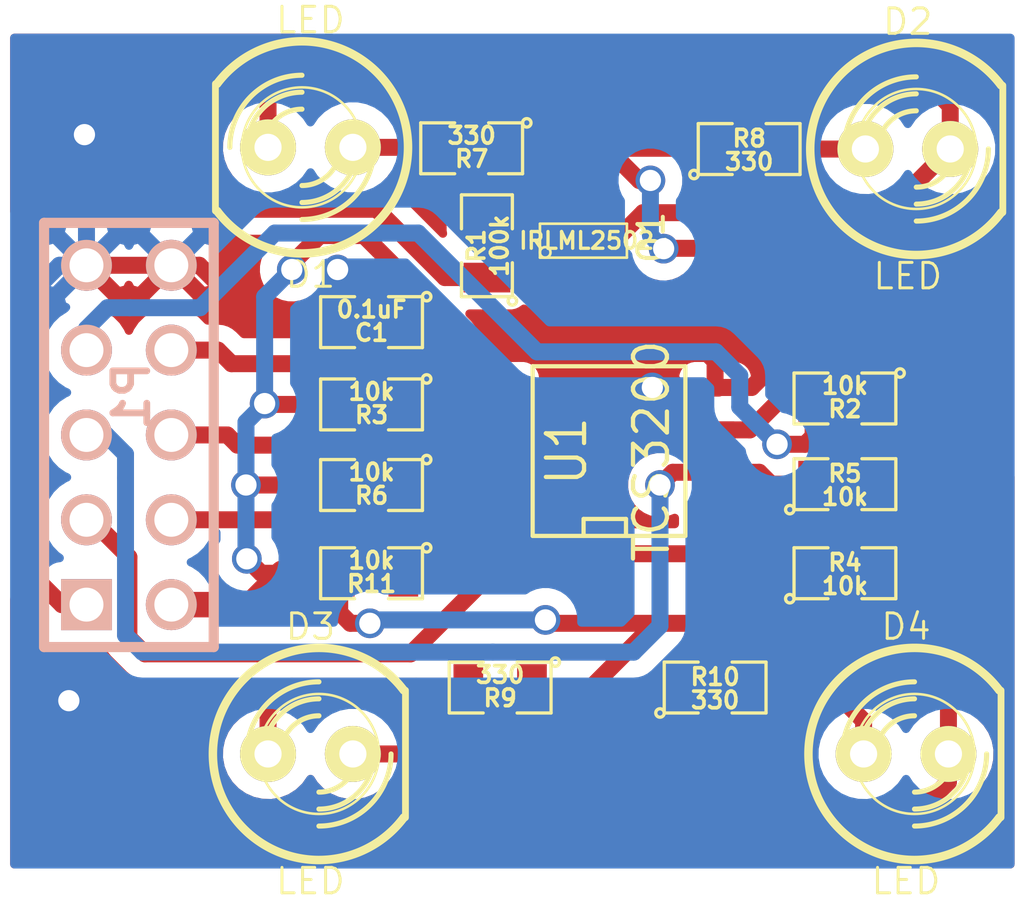
<source format=kicad_pcb>
(kicad_pcb (version 3) (host pcbnew "(2013-07-07 BZR 4022)-stable")

  (general
    (links 39)
    (no_connects 0)
    (area 0 0 0 0)
    (thickness 1.6)
    (drawings 4)
    (tracks 229)
    (zones 0)
    (modules 19)
    (nets 15)
  )

  (page A3)
  (layers
    (15 Gorna signal)
    (0 Dolna signal)
    (16 Kleju_Dolna user)
    (17 Kleju_Gorna user)
    (18 Pasty_Dolna user)
    (19 Pasty_Gorna user)
    (20 Opisowa_Dolna user)
    (21 Opisowa_Gorna user)
    (22 Maski_Dolna user)
    (23 Maski_Gorna user)
    (24 Rysunkowa user)
    (25 Komentarzy user)
    (26 ECO1 user)
    (27 ECO2 user)
    (28 Krawedziowa user)
  )

  (setup
    (last_trace_width 0.508)
    (user_trace_width 0.254)
    (user_trace_width 0.508)
    (user_trace_width 0.762)
    (user_trace_width 1.016)
    (trace_clearance 0.127)
    (zone_clearance 0.508)
    (zone_45_only no)
    (trace_min 0.254)
    (segment_width 0.2)
    (edge_width 0.1)
    (via_size 0.889)
    (via_drill 0.635)
    (via_min_size 0.889)
    (via_min_drill 0.508)
    (uvia_size 0.508)
    (uvia_drill 0.127)
    (uvias_allowed no)
    (uvia_min_size 0.508)
    (uvia_min_drill 0.127)
    (pcb_text_width 0.3)
    (pcb_text_size 1.5 1.5)
    (mod_edge_width 0.15)
    (mod_text_size 1 1)
    (mod_text_width 0.15)
    (pad_size 1.5 1.5)
    (pad_drill 0.6)
    (pad_to_mask_clearance 0)
    (aux_axis_origin 0 0)
    (visible_elements FFFFFFFF)
    (pcbplotparams
      (layerselection 3178497)
      (usegerberextensions true)
      (excludeedgelayer true)
      (linewidth 0.150000)
      (plotframeref false)
      (viasonmask false)
      (mode 1)
      (useauxorigin false)
      (hpglpennumber 1)
      (hpglpenspeed 20)
      (hpglpendiameter 15)
      (hpglpenoverlay 2)
      (psnegative false)
      (psa4output false)
      (plotreference true)
      (plotvalue true)
      (plotothertext true)
      (plotinvisibletext false)
      (padsonsilk false)
      (subtractmaskfromsilk false)
      (outputformat 1)
      (mirror false)
      (drillshape 1)
      (scaleselection 1)
      (outputdirectory ""))
  )

  (net 0 "")
  (net 1 GND)
  (net 2 LED)
  (net 3 N-000001)
  (net 4 N-0000011)
  (net 5 N-000002)
  (net 6 N-000003)
  (net 7 N-000004)
  (net 8 OE)
  (net 9 OUT)
  (net 10 S0)
  (net 11 S1)
  (net 12 S2)
  (net 13 S3)
  (net 14 VDD)

  (net_class Default "To jest domyślna klasa połączeń."
    (clearance 0.127)
    (trace_width 0.254)
    (via_dia 0.889)
    (via_drill 0.635)
    (uvia_dia 0.508)
    (uvia_drill 0.127)
    (add_net "")
    (add_net GND)
    (add_net LED)
    (add_net N-000001)
    (add_net N-0000011)
    (add_net N-000002)
    (add_net N-000003)
    (add_net N-000004)
    (add_net OE)
    (add_net OUT)
    (add_net S0)
    (add_net S1)
    (add_net S2)
    (add_net S3)
    (add_net VDD)
  )

  (module SOT23 (layer Gorna) (tedit 5051A6D7) (tstamp 54215EA3)
    (at 66.675 49.5808)
    (tags SOT23)
    (path /5421503B)
    (fp_text reference Q1 (at 1.99898 -0.09906 90) (layer Opisowa_Gorna)
      (effects (font (size 0.762 0.762) (thickness 0.11938)))
    )
    (fp_text value IRLML2502 (at 0.0635 0) (layer Opisowa_Gorna)
      (effects (font (size 0.50038 0.50038) (thickness 0.09906)))
    )
    (fp_circle (center -1.17602 0.35052) (end -1.30048 0.44958) (layer Opisowa_Gorna) (width 0.07874))
    (fp_line (start 1.27 -0.508) (end 1.27 0.508) (layer Opisowa_Gorna) (width 0.07874))
    (fp_line (start -1.3335 -0.508) (end -1.3335 0.508) (layer Opisowa_Gorna) (width 0.07874))
    (fp_line (start 1.27 0.508) (end -1.3335 0.508) (layer Opisowa_Gorna) (width 0.07874))
    (fp_line (start -1.3335 -0.508) (end 1.27 -0.508) (layer Opisowa_Gorna) (width 0.07874))
    (pad 3 smd rect (at 0 -1.09982) (size 0.8001 1.00076)
      (layers Gorna Pasty_Gorna Maski_Gorna)
      (net 1 GND)
    )
    (pad 2 smd rect (at 0.9525 1.09982) (size 0.8001 1.00076)
      (layers Gorna Pasty_Gorna Maski_Gorna)
      (net 4 N-0000011)
    )
    (pad 1 smd rect (at -0.9525 1.09982) (size 0.8001 1.00076)
      (layers Gorna Pasty_Gorna Maski_Gorna)
      (net 2 LED)
    )
    (model smd\SOT23_3.wrl
      (at (xyz 0 0 0))
      (scale (xyz 0.4 0.4 0.4))
      (rotate (xyz 0 0 180))
    )
  )

  (module SO8N (layer Gorna) (tedit 45127296) (tstamp 54215EB6)
    (at 67.41 55.88 90)
    (descr "Module CMS SOJ 8 pins large")
    (tags "CMS SOJ")
    (path /542135E5)
    (attr smd)
    (fp_text reference U1 (at 0 -1.27 90) (layer Opisowa_Gorna)
      (effects (font (size 1.143 1.016) (thickness 0.127)))
    )
    (fp_text value TCS3200 (at 0 1.27 90) (layer Opisowa_Gorna)
      (effects (font (size 1.016 1.016) (thickness 0.127)))
    )
    (fp_line (start -2.54 -2.286) (end 2.54 -2.286) (layer Opisowa_Gorna) (width 0.127))
    (fp_line (start 2.54 -2.286) (end 2.54 2.286) (layer Opisowa_Gorna) (width 0.127))
    (fp_line (start 2.54 2.286) (end -2.54 2.286) (layer Opisowa_Gorna) (width 0.127))
    (fp_line (start -2.54 2.286) (end -2.54 -2.286) (layer Opisowa_Gorna) (width 0.127))
    (fp_line (start -2.54 -0.762) (end -2.032 -0.762) (layer Opisowa_Gorna) (width 0.127))
    (fp_line (start -2.032 -0.762) (end -2.032 0.508) (layer Opisowa_Gorna) (width 0.127))
    (fp_line (start -2.032 0.508) (end -2.54 0.508) (layer Opisowa_Gorna) (width 0.127))
    (pad 8 smd rect (at -1.905 -3.175 90) (size 0.508 1.143)
      (layers Gorna Pasty_Gorna Maski_Gorna)
      (net 13 S3)
    )
    (pad 7 smd rect (at -0.635 -3.175 90) (size 0.508 1.143)
      (layers Gorna Pasty_Gorna Maski_Gorna)
      (net 12 S2)
    )
    (pad 6 smd rect (at 0.635 -3.175 90) (size 0.508 1.143)
      (layers Gorna Pasty_Gorna Maski_Gorna)
      (net 9 OUT)
    )
    (pad 5 smd rect (at 1.905 -3.175 90) (size 0.508 1.143)
      (layers Gorna Pasty_Gorna Maski_Gorna)
      (net 14 VDD)
    )
    (pad 4 smd rect (at 1.905 3.175 90) (size 0.508 1.143)
      (layers Gorna Pasty_Gorna Maski_Gorna)
      (net 1 GND)
    )
    (pad 3 smd rect (at 0.635 3.175 90) (size 0.508 1.143)
      (layers Gorna Pasty_Gorna Maski_Gorna)
      (net 8 OE)
    )
    (pad 2 smd rect (at -0.635 3.175 90) (size 0.508 1.143)
      (layers Gorna Pasty_Gorna Maski_Gorna)
      (net 11 S1)
    )
    (pad 1 smd rect (at -1.905 3.175 90) (size 0.508 1.143)
      (layers Gorna Pasty_Gorna Maski_Gorna)
      (net 10 S0)
    )
    (model smd/cms_so8.wrl
      (at (xyz 0 0 0))
      (scale (xyz 0.5 0.38 0.5))
      (rotate (xyz 0 0 0))
    )
  )

  (module SM0805 (layer Gorna) (tedit 5091495C) (tstamp 54215EC3)
    (at 63.754 49.7332 90)
    (path /54215199)
    (attr smd)
    (fp_text reference R1 (at 0 -0.3175 90) (layer Opisowa_Gorna)
      (effects (font (size 0.50038 0.50038) (thickness 0.10922)))
    )
    (fp_text value 100k (at 0 0.381 90) (layer Opisowa_Gorna)
      (effects (font (size 0.50038 0.50038) (thickness 0.10922)))
    )
    (fp_circle (center -1.651 0.762) (end -1.651 0.635) (layer Opisowa_Gorna) (width 0.09906))
    (fp_line (start -0.508 0.762) (end -1.524 0.762) (layer Opisowa_Gorna) (width 0.09906))
    (fp_line (start -1.524 0.762) (end -1.524 -0.762) (layer Opisowa_Gorna) (width 0.09906))
    (fp_line (start -1.524 -0.762) (end -0.508 -0.762) (layer Opisowa_Gorna) (width 0.09906))
    (fp_line (start 0.508 -0.762) (end 1.524 -0.762) (layer Opisowa_Gorna) (width 0.09906))
    (fp_line (start 1.524 -0.762) (end 1.524 0.762) (layer Opisowa_Gorna) (width 0.09906))
    (fp_line (start 1.524 0.762) (end 0.508 0.762) (layer Opisowa_Gorna) (width 0.09906))
    (pad 1 smd rect (at -0.9525 0 90) (size 0.889 1.397)
      (layers Gorna Pasty_Gorna Maski_Gorna)
      (net 2 LED)
    )
    (pad 2 smd rect (at 0.9525 0 90) (size 0.889 1.397)
      (layers Gorna Pasty_Gorna Maski_Gorna)
      (net 1 GND)
    )
    (model smd/chip_cms.wrl
      (at (xyz 0 0 0))
      (scale (xyz 0.1 0.1 0.1))
      (rotate (xyz 0 0 0))
    )
  )

  (module SM0805 (layer Gorna) (tedit 5091495C) (tstamp 54215ED0)
    (at 70.5866 62.95898)
    (path /54214EAD)
    (attr smd)
    (fp_text reference R10 (at 0 -0.3175) (layer Opisowa_Gorna)
      (effects (font (size 0.50038 0.50038) (thickness 0.10922)))
    )
    (fp_text value 330 (at 0 0.381) (layer Opisowa_Gorna)
      (effects (font (size 0.50038 0.50038) (thickness 0.10922)))
    )
    (fp_circle (center -1.651 0.762) (end -1.651 0.635) (layer Opisowa_Gorna) (width 0.09906))
    (fp_line (start -0.508 0.762) (end -1.524 0.762) (layer Opisowa_Gorna) (width 0.09906))
    (fp_line (start -1.524 0.762) (end -1.524 -0.762) (layer Opisowa_Gorna) (width 0.09906))
    (fp_line (start -1.524 -0.762) (end -0.508 -0.762) (layer Opisowa_Gorna) (width 0.09906))
    (fp_line (start 0.508 -0.762) (end 1.524 -0.762) (layer Opisowa_Gorna) (width 0.09906))
    (fp_line (start 1.524 -0.762) (end 1.524 0.762) (layer Opisowa_Gorna) (width 0.09906))
    (fp_line (start 1.524 0.762) (end 0.508 0.762) (layer Opisowa_Gorna) (width 0.09906))
    (pad 1 smd rect (at -0.9525 0) (size 0.889 1.397)
      (layers Gorna Pasty_Gorna Maski_Gorna)
      (net 14 VDD)
    )
    (pad 2 smd rect (at 0.9525 0) (size 0.889 1.397)
      (layers Gorna Pasty_Gorna Maski_Gorna)
      (net 7 N-000004)
    )
    (model smd/chip_cms.wrl
      (at (xyz 0 0 0))
      (scale (xyz 0.1 0.1 0.1))
      (rotate (xyz 0 0 0))
    )
  )

  (module SM0805 (layer Gorna) (tedit 5091495C) (tstamp 54217D58)
    (at 64.15024 62.95898 180)
    (path /54214EA7)
    (attr smd)
    (fp_text reference R9 (at 0 -0.3175 180) (layer Opisowa_Gorna)
      (effects (font (size 0.50038 0.50038) (thickness 0.10922)))
    )
    (fp_text value 330 (at 0 0.381 180) (layer Opisowa_Gorna)
      (effects (font (size 0.50038 0.50038) (thickness 0.10922)))
    )
    (fp_circle (center -1.651 0.762) (end -1.651 0.635) (layer Opisowa_Gorna) (width 0.09906))
    (fp_line (start -0.508 0.762) (end -1.524 0.762) (layer Opisowa_Gorna) (width 0.09906))
    (fp_line (start -1.524 0.762) (end -1.524 -0.762) (layer Opisowa_Gorna) (width 0.09906))
    (fp_line (start -1.524 -0.762) (end -0.508 -0.762) (layer Opisowa_Gorna) (width 0.09906))
    (fp_line (start 0.508 -0.762) (end 1.524 -0.762) (layer Opisowa_Gorna) (width 0.09906))
    (fp_line (start 1.524 -0.762) (end 1.524 0.762) (layer Opisowa_Gorna) (width 0.09906))
    (fp_line (start 1.524 0.762) (end 0.508 0.762) (layer Opisowa_Gorna) (width 0.09906))
    (pad 1 smd rect (at -0.9525 0 180) (size 0.889 1.397)
      (layers Gorna Pasty_Gorna Maski_Gorna)
      (net 14 VDD)
    )
    (pad 2 smd rect (at 0.9525 0 180) (size 0.889 1.397)
      (layers Gorna Pasty_Gorna Maski_Gorna)
      (net 6 N-000003)
    )
    (model smd/chip_cms.wrl
      (at (xyz 0 0 0))
      (scale (xyz 0.1 0.1 0.1))
      (rotate (xyz 0 0 0))
    )
  )

  (module SM0805 (layer Gorna) (tedit 5091495C) (tstamp 54215EEA)
    (at 71.60514 46.8376)
    (path /54214EA1)
    (attr smd)
    (fp_text reference R8 (at 0 -0.3175) (layer Opisowa_Gorna)
      (effects (font (size 0.50038 0.50038) (thickness 0.10922)))
    )
    (fp_text value 330 (at 0 0.381) (layer Opisowa_Gorna)
      (effects (font (size 0.50038 0.50038) (thickness 0.10922)))
    )
    (fp_circle (center -1.651 0.762) (end -1.651 0.635) (layer Opisowa_Gorna) (width 0.09906))
    (fp_line (start -0.508 0.762) (end -1.524 0.762) (layer Opisowa_Gorna) (width 0.09906))
    (fp_line (start -1.524 0.762) (end -1.524 -0.762) (layer Opisowa_Gorna) (width 0.09906))
    (fp_line (start -1.524 -0.762) (end -0.508 -0.762) (layer Opisowa_Gorna) (width 0.09906))
    (fp_line (start 0.508 -0.762) (end 1.524 -0.762) (layer Opisowa_Gorna) (width 0.09906))
    (fp_line (start 1.524 -0.762) (end 1.524 0.762) (layer Opisowa_Gorna) (width 0.09906))
    (fp_line (start 1.524 0.762) (end 0.508 0.762) (layer Opisowa_Gorna) (width 0.09906))
    (pad 1 smd rect (at -0.9525 0) (size 0.889 1.397)
      (layers Gorna Pasty_Gorna Maski_Gorna)
      (net 14 VDD)
    )
    (pad 2 smd rect (at 0.9525 0) (size 0.889 1.397)
      (layers Gorna Pasty_Gorna Maski_Gorna)
      (net 3 N-000001)
    )
    (model smd/chip_cms.wrl
      (at (xyz 0 0 0))
      (scale (xyz 0.1 0.1 0.1))
      (rotate (xyz 0 0 0))
    )
  )

  (module SM0805 (layer Gorna) (tedit 5091495C) (tstamp 54215EF7)
    (at 63.2968 46.81474 180)
    (path /54214E9B)
    (attr smd)
    (fp_text reference R7 (at 0 -0.3175 180) (layer Opisowa_Gorna)
      (effects (font (size 0.50038 0.50038) (thickness 0.10922)))
    )
    (fp_text value 330 (at 0 0.381 180) (layer Opisowa_Gorna)
      (effects (font (size 0.50038 0.50038) (thickness 0.10922)))
    )
    (fp_circle (center -1.651 0.762) (end -1.651 0.635) (layer Opisowa_Gorna) (width 0.09906))
    (fp_line (start -0.508 0.762) (end -1.524 0.762) (layer Opisowa_Gorna) (width 0.09906))
    (fp_line (start -1.524 0.762) (end -1.524 -0.762) (layer Opisowa_Gorna) (width 0.09906))
    (fp_line (start -1.524 -0.762) (end -0.508 -0.762) (layer Opisowa_Gorna) (width 0.09906))
    (fp_line (start 0.508 -0.762) (end 1.524 -0.762) (layer Opisowa_Gorna) (width 0.09906))
    (fp_line (start 1.524 -0.762) (end 1.524 0.762) (layer Opisowa_Gorna) (width 0.09906))
    (fp_line (start 1.524 0.762) (end 0.508 0.762) (layer Opisowa_Gorna) (width 0.09906))
    (pad 1 smd rect (at -0.9525 0 180) (size 0.889 1.397)
      (layers Gorna Pasty_Gorna Maski_Gorna)
      (net 14 VDD)
    )
    (pad 2 smd rect (at 0.9525 0 180) (size 0.889 1.397)
      (layers Gorna Pasty_Gorna Maski_Gorna)
      (net 5 N-000002)
    )
    (model smd/chip_cms.wrl
      (at (xyz 0 0 0))
      (scale (xyz 0.1 0.1 0.1))
      (rotate (xyz 0 0 0))
    )
  )

  (module SM0805 (layer Gorna) (tedit 5091495C) (tstamp 54215F04)
    (at 60.2996 52.0192 180)
    (path /54214D38)
    (attr smd)
    (fp_text reference C1 (at 0 -0.3175 180) (layer Opisowa_Gorna)
      (effects (font (size 0.50038 0.50038) (thickness 0.10922)))
    )
    (fp_text value 0.1uF (at 0 0.381 180) (layer Opisowa_Gorna)
      (effects (font (size 0.50038 0.50038) (thickness 0.10922)))
    )
    (fp_circle (center -1.651 0.762) (end -1.651 0.635) (layer Opisowa_Gorna) (width 0.09906))
    (fp_line (start -0.508 0.762) (end -1.524 0.762) (layer Opisowa_Gorna) (width 0.09906))
    (fp_line (start -1.524 0.762) (end -1.524 -0.762) (layer Opisowa_Gorna) (width 0.09906))
    (fp_line (start -1.524 -0.762) (end -0.508 -0.762) (layer Opisowa_Gorna) (width 0.09906))
    (fp_line (start 0.508 -0.762) (end 1.524 -0.762) (layer Opisowa_Gorna) (width 0.09906))
    (fp_line (start 1.524 -0.762) (end 1.524 0.762) (layer Opisowa_Gorna) (width 0.09906))
    (fp_line (start 1.524 0.762) (end 0.508 0.762) (layer Opisowa_Gorna) (width 0.09906))
    (pad 1 smd rect (at -0.9525 0 180) (size 0.889 1.397)
      (layers Gorna Pasty_Gorna Maski_Gorna)
      (net 14 VDD)
    )
    (pad 2 smd rect (at 0.9525 0 180) (size 0.889 1.397)
      (layers Gorna Pasty_Gorna Maski_Gorna)
      (net 1 GND)
    )
    (model smd/chip_cms.wrl
      (at (xyz 0 0 0))
      (scale (xyz 0.1 0.1 0.1))
      (rotate (xyz 0 0 0))
    )
  )

  (module SM0805 (layer Gorna) (tedit 5091495C) (tstamp 54215F11)
    (at 74.4728 54.3052 180)
    (path /54214B92)
    (attr smd)
    (fp_text reference R2 (at 0 -0.3175 180) (layer Opisowa_Gorna)
      (effects (font (size 0.50038 0.50038) (thickness 0.10922)))
    )
    (fp_text value 10k (at 0 0.381 180) (layer Opisowa_Gorna)
      (effects (font (size 0.50038 0.50038) (thickness 0.10922)))
    )
    (fp_circle (center -1.651 0.762) (end -1.651 0.635) (layer Opisowa_Gorna) (width 0.09906))
    (fp_line (start -0.508 0.762) (end -1.524 0.762) (layer Opisowa_Gorna) (width 0.09906))
    (fp_line (start -1.524 0.762) (end -1.524 -0.762) (layer Opisowa_Gorna) (width 0.09906))
    (fp_line (start -1.524 -0.762) (end -0.508 -0.762) (layer Opisowa_Gorna) (width 0.09906))
    (fp_line (start 0.508 -0.762) (end 1.524 -0.762) (layer Opisowa_Gorna) (width 0.09906))
    (fp_line (start 1.524 -0.762) (end 1.524 0.762) (layer Opisowa_Gorna) (width 0.09906))
    (fp_line (start 1.524 0.762) (end 0.508 0.762) (layer Opisowa_Gorna) (width 0.09906))
    (pad 1 smd rect (at -0.9525 0 180) (size 0.889 1.397)
      (layers Gorna Pasty_Gorna Maski_Gorna)
      (net 1 GND)
    )
    (pad 2 smd rect (at 0.9525 0 180) (size 0.889 1.397)
      (layers Gorna Pasty_Gorna Maski_Gorna)
      (net 8 OE)
    )
    (model smd/chip_cms.wrl
      (at (xyz 0 0 0))
      (scale (xyz 0.1 0.1 0.1))
      (rotate (xyz 0 0 0))
    )
  )

  (module SM0805 (layer Gorna) (tedit 5091495C) (tstamp 54215F1E)
    (at 60.2996 54.483 180)
    (path /54214A91)
    (attr smd)
    (fp_text reference R3 (at 0 -0.3175 180) (layer Opisowa_Gorna)
      (effects (font (size 0.50038 0.50038) (thickness 0.10922)))
    )
    (fp_text value 10k (at 0 0.381 180) (layer Opisowa_Gorna)
      (effects (font (size 0.50038 0.50038) (thickness 0.10922)))
    )
    (fp_circle (center -1.651 0.762) (end -1.651 0.635) (layer Opisowa_Gorna) (width 0.09906))
    (fp_line (start -0.508 0.762) (end -1.524 0.762) (layer Opisowa_Gorna) (width 0.09906))
    (fp_line (start -1.524 0.762) (end -1.524 -0.762) (layer Opisowa_Gorna) (width 0.09906))
    (fp_line (start -1.524 -0.762) (end -0.508 -0.762) (layer Opisowa_Gorna) (width 0.09906))
    (fp_line (start 0.508 -0.762) (end 1.524 -0.762) (layer Opisowa_Gorna) (width 0.09906))
    (fp_line (start 1.524 -0.762) (end 1.524 0.762) (layer Opisowa_Gorna) (width 0.09906))
    (fp_line (start 1.524 0.762) (end 0.508 0.762) (layer Opisowa_Gorna) (width 0.09906))
    (pad 1 smd rect (at -0.9525 0 180) (size 0.889 1.397)
      (layers Gorna Pasty_Gorna Maski_Gorna)
      (net 9 OUT)
    )
    (pad 2 smd rect (at 0.9525 0 180) (size 0.889 1.397)
      (layers Gorna Pasty_Gorna Maski_Gorna)
      (net 14 VDD)
    )
    (model smd/chip_cms.wrl
      (at (xyz 0 0 0))
      (scale (xyz 0.1 0.1 0.1))
      (rotate (xyz 0 0 0))
    )
  )

  (module SM0805 (layer Gorna) (tedit 5091495C) (tstamp 54215F2B)
    (at 74.4728 59.5376)
    (path /542145DE)
    (attr smd)
    (fp_text reference R4 (at 0 -0.3175) (layer Opisowa_Gorna)
      (effects (font (size 0.50038 0.50038) (thickness 0.10922)))
    )
    (fp_text value 10k (at 0 0.381) (layer Opisowa_Gorna)
      (effects (font (size 0.50038 0.50038) (thickness 0.10922)))
    )
    (fp_circle (center -1.651 0.762) (end -1.651 0.635) (layer Opisowa_Gorna) (width 0.09906))
    (fp_line (start -0.508 0.762) (end -1.524 0.762) (layer Opisowa_Gorna) (width 0.09906))
    (fp_line (start -1.524 0.762) (end -1.524 -0.762) (layer Opisowa_Gorna) (width 0.09906))
    (fp_line (start -1.524 -0.762) (end -0.508 -0.762) (layer Opisowa_Gorna) (width 0.09906))
    (fp_line (start 0.508 -0.762) (end 1.524 -0.762) (layer Opisowa_Gorna) (width 0.09906))
    (fp_line (start 1.524 -0.762) (end 1.524 0.762) (layer Opisowa_Gorna) (width 0.09906))
    (fp_line (start 1.524 0.762) (end 0.508 0.762) (layer Opisowa_Gorna) (width 0.09906))
    (pad 1 smd rect (at -0.9525 0) (size 0.889 1.397)
      (layers Gorna Pasty_Gorna Maski_Gorna)
      (net 10 S0)
    )
    (pad 2 smd rect (at 0.9525 0) (size 0.889 1.397)
      (layers Gorna Pasty_Gorna Maski_Gorna)
      (net 14 VDD)
    )
    (model smd/chip_cms.wrl
      (at (xyz 0 0 0))
      (scale (xyz 0.1 0.1 0.1))
      (rotate (xyz 0 0 0))
    )
  )

  (module SM0805 (layer Gorna) (tedit 5091495C) (tstamp 54215F38)
    (at 74.4728 56.8706)
    (path /542145D8)
    (attr smd)
    (fp_text reference R5 (at 0 -0.3175) (layer Opisowa_Gorna)
      (effects (font (size 0.50038 0.50038) (thickness 0.10922)))
    )
    (fp_text value 10k (at 0 0.381) (layer Opisowa_Gorna)
      (effects (font (size 0.50038 0.50038) (thickness 0.10922)))
    )
    (fp_circle (center -1.651 0.762) (end -1.651 0.635) (layer Opisowa_Gorna) (width 0.09906))
    (fp_line (start -0.508 0.762) (end -1.524 0.762) (layer Opisowa_Gorna) (width 0.09906))
    (fp_line (start -1.524 0.762) (end -1.524 -0.762) (layer Opisowa_Gorna) (width 0.09906))
    (fp_line (start -1.524 -0.762) (end -0.508 -0.762) (layer Opisowa_Gorna) (width 0.09906))
    (fp_line (start 0.508 -0.762) (end 1.524 -0.762) (layer Opisowa_Gorna) (width 0.09906))
    (fp_line (start 1.524 -0.762) (end 1.524 0.762) (layer Opisowa_Gorna) (width 0.09906))
    (fp_line (start 1.524 0.762) (end 0.508 0.762) (layer Opisowa_Gorna) (width 0.09906))
    (pad 1 smd rect (at -0.9525 0) (size 0.889 1.397)
      (layers Gorna Pasty_Gorna Maski_Gorna)
      (net 11 S1)
    )
    (pad 2 smd rect (at 0.9525 0) (size 0.889 1.397)
      (layers Gorna Pasty_Gorna Maski_Gorna)
      (net 14 VDD)
    )
    (model smd/chip_cms.wrl
      (at (xyz 0 0 0))
      (scale (xyz 0.1 0.1 0.1))
      (rotate (xyz 0 0 0))
    )
  )

  (module SM0805 (layer Gorna) (tedit 5091495C) (tstamp 54215F45)
    (at 60.2996 56.896 180)
    (path /542145D2)
    (attr smd)
    (fp_text reference R6 (at 0 -0.3175 180) (layer Opisowa_Gorna)
      (effects (font (size 0.50038 0.50038) (thickness 0.10922)))
    )
    (fp_text value 10k (at 0 0.381 180) (layer Opisowa_Gorna)
      (effects (font (size 0.50038 0.50038) (thickness 0.10922)))
    )
    (fp_circle (center -1.651 0.762) (end -1.651 0.635) (layer Opisowa_Gorna) (width 0.09906))
    (fp_line (start -0.508 0.762) (end -1.524 0.762) (layer Opisowa_Gorna) (width 0.09906))
    (fp_line (start -1.524 0.762) (end -1.524 -0.762) (layer Opisowa_Gorna) (width 0.09906))
    (fp_line (start -1.524 -0.762) (end -0.508 -0.762) (layer Opisowa_Gorna) (width 0.09906))
    (fp_line (start 0.508 -0.762) (end 1.524 -0.762) (layer Opisowa_Gorna) (width 0.09906))
    (fp_line (start 1.524 -0.762) (end 1.524 0.762) (layer Opisowa_Gorna) (width 0.09906))
    (fp_line (start 1.524 0.762) (end 0.508 0.762) (layer Opisowa_Gorna) (width 0.09906))
    (pad 1 smd rect (at -0.9525 0 180) (size 0.889 1.397)
      (layers Gorna Pasty_Gorna Maski_Gorna)
      (net 12 S2)
    )
    (pad 2 smd rect (at 0.9525 0 180) (size 0.889 1.397)
      (layers Gorna Pasty_Gorna Maski_Gorna)
      (net 14 VDD)
    )
    (model smd/chip_cms.wrl
      (at (xyz 0 0 0))
      (scale (xyz 0.1 0.1 0.1))
      (rotate (xyz 0 0 0))
    )
  )

  (module SM0805 (layer Gorna) (tedit 5091495C) (tstamp 54215F52)
    (at 60.2996 59.5376 180)
    (path /542145B5)
    (attr smd)
    (fp_text reference R11 (at 0 -0.3175 180) (layer Opisowa_Gorna)
      (effects (font (size 0.50038 0.50038) (thickness 0.10922)))
    )
    (fp_text value 10k (at 0 0.381 180) (layer Opisowa_Gorna)
      (effects (font (size 0.50038 0.50038) (thickness 0.10922)))
    )
    (fp_circle (center -1.651 0.762) (end -1.651 0.635) (layer Opisowa_Gorna) (width 0.09906))
    (fp_line (start -0.508 0.762) (end -1.524 0.762) (layer Opisowa_Gorna) (width 0.09906))
    (fp_line (start -1.524 0.762) (end -1.524 -0.762) (layer Opisowa_Gorna) (width 0.09906))
    (fp_line (start -1.524 -0.762) (end -0.508 -0.762) (layer Opisowa_Gorna) (width 0.09906))
    (fp_line (start 0.508 -0.762) (end 1.524 -0.762) (layer Opisowa_Gorna) (width 0.09906))
    (fp_line (start 1.524 -0.762) (end 1.524 0.762) (layer Opisowa_Gorna) (width 0.09906))
    (fp_line (start 1.524 0.762) (end 0.508 0.762) (layer Opisowa_Gorna) (width 0.09906))
    (pad 1 smd rect (at -0.9525 0 180) (size 0.889 1.397)
      (layers Gorna Pasty_Gorna Maski_Gorna)
      (net 13 S3)
    )
    (pad 2 smd rect (at 0.9525 0 180) (size 0.889 1.397)
      (layers Gorna Pasty_Gorna Maski_Gorna)
      (net 14 VDD)
    )
    (model smd/chip_cms.wrl
      (at (xyz 0 0 0))
      (scale (xyz 0.1 0.1 0.1))
      (rotate (xyz 0 0 0))
    )
  )

  (module PIN_ARRAY_5x2 (layer Dolna) (tedit 54216AF7) (tstamp 54215F64)
    (at 53.0352 55.3974 90)
    (descr "Double rangee de contacts 2 x 5 pins")
    (tags CONN)
    (path /54214A99)
    (fp_text reference P1 (at 1.1684 0.0762 90) (layer Opisowa_Dolna)
      (effects (font (size 1.016 1.016) (thickness 0.2032)) (justify mirror))
    )
    (fp_text value CONN_5X2 (at 0 3.81 90) (layer Opisowa_Dolna) hide
      (effects (font (size 1.016 1.016) (thickness 0.2032)) (justify mirror))
    )
    (fp_line (start -6.35 2.54) (end 6.35 2.54) (layer Opisowa_Dolna) (width 0.3048))
    (fp_line (start 6.35 2.54) (end 6.35 -2.54) (layer Opisowa_Dolna) (width 0.3048))
    (fp_line (start 6.35 -2.54) (end -6.35 -2.54) (layer Opisowa_Dolna) (width 0.3048))
    (fp_line (start -6.35 -2.54) (end -6.35 2.54) (layer Opisowa_Dolna) (width 0.3048))
    (pad 1 thru_hole rect (at -5.08 -1.27 90) (size 1.524 1.524) (drill 1.016)
      (layers *.Cu *.Mask Opisowa_Dolna)
      (net 2 LED)
    )
    (pad 2 thru_hole circle (at -5.08 1.27 90) (size 1.524 1.524) (drill 1.016)
      (layers *.Cu *.Mask Opisowa_Dolna)
      (net 14 VDD)
    )
    (pad 3 thru_hole circle (at -2.54 -1.27 90) (size 1.524 1.524) (drill 1.016)
      (layers *.Cu *.Mask Opisowa_Dolna)
      (net 10 S0)
    )
    (pad 4 thru_hole circle (at -2.54 1.27 90) (size 1.524 1.524) (drill 1.016)
      (layers *.Cu *.Mask Opisowa_Dolna)
      (net 13 S3)
    )
    (pad 5 thru_hole circle (at 0 -1.27 90) (size 1.524 1.524) (drill 1.016)
      (layers *.Cu *.Mask Opisowa_Dolna)
      (net 11 S1)
    )
    (pad 6 thru_hole circle (at 0 1.27 90) (size 1.524 1.524) (drill 1.016)
      (layers *.Cu *.Mask Opisowa_Dolna)
      (net 12 S2)
    )
    (pad 7 thru_hole circle (at 2.54 -1.27 90) (size 1.524 1.524) (drill 1.016)
      (layers *.Cu *.Mask Opisowa_Dolna)
      (net 8 OE)
    )
    (pad 8 thru_hole circle (at 2.54 1.27 90) (size 1.524 1.524) (drill 1.016)
      (layers *.Cu *.Mask Opisowa_Dolna)
      (net 9 OUT)
    )
    (pad 9 thru_hole circle (at 5.08 -1.27 90) (size 1.524 1.524) (drill 1.016)
      (layers *.Cu *.Mask Opisowa_Dolna)
      (net 1 GND)
    )
    (pad 10 thru_hole circle (at 5.08 1.27 90) (size 1.524 1.524) (drill 1.016)
      (layers *.Cu *.Mask Opisowa_Dolna)
      (net 1 GND)
    )
    (model pin_array/pins_array_5x2.wrl
      (at (xyz 0 0 0))
      (scale (xyz 1 1 1))
      (rotate (xyz 0 0 0))
    )
  )

  (module LED-5MM (layer Gorna) (tedit 50ADE86B) (tstamp 54215F73)
    (at 58.4708 46.7868 180)
    (descr "LED 5mm - Lead pitch 100mil (2,54mm)")
    (tags "LED led 5mm 5MM 100mil 2,54mm")
    (path /54214E6C)
    (fp_text reference D1 (at 0 -3.81 180) (layer Opisowa_Gorna)
      (effects (font (size 0.762 0.762) (thickness 0.0889)))
    )
    (fp_text value LED (at 0 3.81 180) (layer Opisowa_Gorna)
      (effects (font (size 0.762 0.762) (thickness 0.0889)))
    )
    (fp_line (start 2.8448 1.905) (end 2.8448 -1.905) (layer Opisowa_Gorna) (width 0.2032))
    (fp_circle (center 0.254 0) (end -1.016 1.27) (layer Opisowa_Gorna) (width 0.0762))
    (fp_arc (start 0.254 0) (end 2.794 1.905) (angle 286.2) (layer Opisowa_Gorna) (width 0.254))
    (fp_arc (start 0.254 0) (end -0.889 0) (angle 90) (layer Opisowa_Gorna) (width 0.1524))
    (fp_arc (start 0.254 0) (end 1.397 0) (angle 90) (layer Opisowa_Gorna) (width 0.1524))
    (fp_arc (start 0.254 0) (end -1.397 0) (angle 90) (layer Opisowa_Gorna) (width 0.1524))
    (fp_arc (start 0.254 0) (end 1.905 0) (angle 90) (layer Opisowa_Gorna) (width 0.1524))
    (fp_arc (start 0.254 0) (end -1.905 0) (angle 90) (layer Opisowa_Gorna) (width 0.1524))
    (fp_arc (start 0.254 0) (end 2.413 0) (angle 90) (layer Opisowa_Gorna) (width 0.1524))
    (pad 1 thru_hole circle (at -1.27 0 180) (size 1.6764 1.6764) (drill 0.8128)
      (layers *.Cu *.Mask Opisowa_Gorna)
      (net 5 N-000002)
    )
    (pad 2 thru_hole circle (at 1.27 0 180) (size 1.6764 1.6764) (drill 0.8128)
      (layers *.Cu *.Mask Opisowa_Gorna)
      (net 4 N-0000011)
    )
    (model discret/leds/led5_vertical_verde.wrl
      (at (xyz 0 0 0))
      (scale (xyz 1 1 1))
      (rotate (xyz 0 0 0))
    )
  )

  (module LED-5MM (layer Gorna) (tedit 50ADE86B) (tstamp 54215F82)
    (at 76.35494 46.83506)
    (descr "LED 5mm - Lead pitch 100mil (2,54mm)")
    (tags "LED led 5mm 5MM 100mil 2,54mm")
    (path /54214E79)
    (fp_text reference D2 (at 0 -3.81) (layer Opisowa_Gorna)
      (effects (font (size 0.762 0.762) (thickness 0.0889)))
    )
    (fp_text value LED (at 0 3.81) (layer Opisowa_Gorna)
      (effects (font (size 0.762 0.762) (thickness 0.0889)))
    )
    (fp_line (start 2.8448 1.905) (end 2.8448 -1.905) (layer Opisowa_Gorna) (width 0.2032))
    (fp_circle (center 0.254 0) (end -1.016 1.27) (layer Opisowa_Gorna) (width 0.0762))
    (fp_arc (start 0.254 0) (end 2.794 1.905) (angle 286.2) (layer Opisowa_Gorna) (width 0.254))
    (fp_arc (start 0.254 0) (end -0.889 0) (angle 90) (layer Opisowa_Gorna) (width 0.1524))
    (fp_arc (start 0.254 0) (end 1.397 0) (angle 90) (layer Opisowa_Gorna) (width 0.1524))
    (fp_arc (start 0.254 0) (end -1.397 0) (angle 90) (layer Opisowa_Gorna) (width 0.1524))
    (fp_arc (start 0.254 0) (end 1.905 0) (angle 90) (layer Opisowa_Gorna) (width 0.1524))
    (fp_arc (start 0.254 0) (end -1.905 0) (angle 90) (layer Opisowa_Gorna) (width 0.1524))
    (fp_arc (start 0.254 0) (end 2.413 0) (angle 90) (layer Opisowa_Gorna) (width 0.1524))
    (pad 1 thru_hole circle (at -1.27 0) (size 1.6764 1.6764) (drill 0.8128)
      (layers *.Cu *.Mask Opisowa_Gorna)
      (net 3 N-000001)
    )
    (pad 2 thru_hole circle (at 1.27 0) (size 1.6764 1.6764) (drill 0.8128)
      (layers *.Cu *.Mask Opisowa_Gorna)
      (net 4 N-0000011)
    )
    (model discret/leds/led5_vertical_verde.wrl
      (at (xyz 0 0 0))
      (scale (xyz 1 1 1))
      (rotate (xyz 0 0 0))
    )
  )

  (module LED-5MM (layer Gorna) (tedit 50ADE86B) (tstamp 54217B3D)
    (at 58.4708 64.9478)
    (descr "LED 5mm - Lead pitch 100mil (2,54mm)")
    (tags "LED led 5mm 5MM 100mil 2,54mm")
    (path /54214E8F)
    (fp_text reference D3 (at 0 -3.81) (layer Opisowa_Gorna)
      (effects (font (size 0.762 0.762) (thickness 0.0889)))
    )
    (fp_text value LED (at 0 3.81) (layer Opisowa_Gorna)
      (effects (font (size 0.762 0.762) (thickness 0.0889)))
    )
    (fp_line (start 2.8448 1.905) (end 2.8448 -1.905) (layer Opisowa_Gorna) (width 0.2032))
    (fp_circle (center 0.254 0) (end -1.016 1.27) (layer Opisowa_Gorna) (width 0.0762))
    (fp_arc (start 0.254 0) (end 2.794 1.905) (angle 286.2) (layer Opisowa_Gorna) (width 0.254))
    (fp_arc (start 0.254 0) (end -0.889 0) (angle 90) (layer Opisowa_Gorna) (width 0.1524))
    (fp_arc (start 0.254 0) (end 1.397 0) (angle 90) (layer Opisowa_Gorna) (width 0.1524))
    (fp_arc (start 0.254 0) (end -1.397 0) (angle 90) (layer Opisowa_Gorna) (width 0.1524))
    (fp_arc (start 0.254 0) (end 1.905 0) (angle 90) (layer Opisowa_Gorna) (width 0.1524))
    (fp_arc (start 0.254 0) (end -1.905 0) (angle 90) (layer Opisowa_Gorna) (width 0.1524))
    (fp_arc (start 0.254 0) (end 2.413 0) (angle 90) (layer Opisowa_Gorna) (width 0.1524))
    (pad 1 thru_hole circle (at -1.27 0) (size 1.6764 1.6764) (drill 0.8128)
      (layers *.Cu *.Mask Opisowa_Gorna)
      (net 6 N-000003)
    )
    (pad 2 thru_hole circle (at 1.27 0) (size 1.6764 1.6764) (drill 0.8128)
      (layers *.Cu *.Mask Opisowa_Gorna)
      (net 4 N-0000011)
    )
    (model discret/leds/led5_vertical_verde.wrl
      (at (xyz 0 0 0))
      (scale (xyz 1 1 1))
      (rotate (xyz 0 0 0))
    )
  )

  (module LED-5MM (layer Gorna) (tedit 50ADE86B) (tstamp 54217B4D)
    (at 76.3016 64.9478)
    (descr "LED 5mm - Lead pitch 100mil (2,54mm)")
    (tags "LED led 5mm 5MM 100mil 2,54mm")
    (path /54214E95)
    (fp_text reference D4 (at 0 -3.81) (layer Opisowa_Gorna)
      (effects (font (size 0.762 0.762) (thickness 0.0889)))
    )
    (fp_text value LED (at 0 3.81) (layer Opisowa_Gorna)
      (effects (font (size 0.762 0.762) (thickness 0.0889)))
    )
    (fp_line (start 2.8448 1.905) (end 2.8448 -1.905) (layer Opisowa_Gorna) (width 0.2032))
    (fp_circle (center 0.254 0) (end -1.016 1.27) (layer Opisowa_Gorna) (width 0.0762))
    (fp_arc (start 0.254 0) (end 2.794 1.905) (angle 286.2) (layer Opisowa_Gorna) (width 0.254))
    (fp_arc (start 0.254 0) (end -0.889 0) (angle 90) (layer Opisowa_Gorna) (width 0.1524))
    (fp_arc (start 0.254 0) (end 1.397 0) (angle 90) (layer Opisowa_Gorna) (width 0.1524))
    (fp_arc (start 0.254 0) (end -1.397 0) (angle 90) (layer Opisowa_Gorna) (width 0.1524))
    (fp_arc (start 0.254 0) (end 1.905 0) (angle 90) (layer Opisowa_Gorna) (width 0.1524))
    (fp_arc (start 0.254 0) (end -1.905 0) (angle 90) (layer Opisowa_Gorna) (width 0.1524))
    (fp_arc (start 0.254 0) (end 2.413 0) (angle 90) (layer Opisowa_Gorna) (width 0.1524))
    (pad 1 thru_hole circle (at -1.27 0) (size 1.6764 1.6764) (drill 0.8128)
      (layers *.Cu *.Mask Opisowa_Gorna)
      (net 7 N-000004)
    )
    (pad 2 thru_hole circle (at 1.27 0) (size 1.6764 1.6764) (drill 0.8128)
      (layers *.Cu *.Mask Opisowa_Gorna)
      (net 4 N-0000011)
    )
    (model discret/leds/led5_vertical_verde.wrl
      (at (xyz 0 0 0))
      (scale (xyz 1 1 1))
      (rotate (xyz 0 0 0))
    )
  )

  (gr_line (start 79.756 43.18) (end 79.756 68.58) (angle 90) (layer Rysunkowa) (width 0.2) (tstamp 542182F1))
  (gr_line (start 49.276 43.18) (end 49.276 68.58) (angle 90) (layer Rysunkowa) (width 0.2))
  (gr_line (start 79.756 68.58) (end 49.276 68.58) (angle 90) (layer Rysunkowa) (width 0.2) (tstamp 54218079))
  (gr_line (start 79.756 43.18) (end 49.276 43.18) (angle 90) (layer Rysunkowa) (width 0.2))

  (segment (start 51.23688 63.35268) (end 52.48656 64.60236) (width 0.508) (layer Gorna) (net 1))
  (segment (start 50.9524 50.3174) (end 49.9872 51.2826) (width 0.508) (layer Dolna) (net 1) (tstamp 54219030))
  (segment (start 49.9872 51.2826) (end 49.9872 62.103) (width 0.508) (layer Dolna) (net 1) (tstamp 54219037))
  (segment (start 49.9872 62.103) (end 51.23688 63.35268) (width 0.508) (layer Dolna) (net 1) (tstamp 5421903E))
  (via (at 51.23688 63.35268) (size 0.889) (layers Gorna Dolna) (net 1))
  (segment (start 51.7652 50.3174) (end 50.9524 50.3174) (width 0.508) (layer Dolna) (net 1))
  (segment (start 52.48656 64.60236) (end 52.48656 64.66078) (width 0.508) (layer Gorna) (net 1) (tstamp 5421906F))
  (segment (start 51.7652 50.3174) (end 51.7652 46.46676) (width 0.508) (layer Dolna) (net 1))
  (segment (start 51.70424 46.4058) (end 51.72202 46.42358) (width 0.508) (layer Gorna) (net 1) (tstamp 54218FD6))
  (via (at 51.70424 46.4058) (size 0.889) (layers Gorna Dolna) (net 1))
  (segment (start 51.7652 46.46676) (end 51.70424 46.4058) (width 0.508) (layer Dolna) (net 1) (tstamp 54218FD2))
  (segment (start 66.675 48.48098) (end 66.675 51.816) (width 0.508) (layer Gorna) (net 1))
  (segment (start 68.707 53.848) (end 68.707 53.975) (width 0.508) (layer Gorna) (net 1) (tstamp 54217518))
  (segment (start 66.675 51.816) (end 68.707 53.848) (width 0.508) (layer Gorna) (net 1) (tstamp 54217516))
  (segment (start 63.754 48.7807) (end 64.9097 48.7807) (width 0.508) (layer Gorna) (net 1))
  (segment (start 65.20942 48.48098) (end 66.675 48.48098) (width 0.508) (layer Gorna) (net 1) (tstamp 54217508))
  (segment (start 64.9097 48.7807) (end 65.20942 48.48098) (width 0.508) (layer Gorna) (net 1) (tstamp 54217507))
  (segment (start 70.585 53.975) (end 68.707 53.975) (width 0.508) (layer Gorna) (net 1))
  (segment (start 59.3471 50.5079) (end 59.3471 52.0192) (width 0.508) (layer Gorna) (net 1) (tstamp 542171A9))
  (via (at 68.707 53.975) (size 0.889) (layers Gorna Dolna) (net 1))
  (segment (start 68.707 53.975) (end 68.5546 54.1274) (width 0.508) (layer Dolna) (net 1) (tstamp 54217197))
  (segment (start 68.5546 54.1274) (end 63.4492 54.1274) (width 0.508) (layer Dolna) (net 1) (tstamp 54217198))
  (segment (start 63.4492 54.1274) (end 59.7662 50.4444) (width 0.508) (layer Dolna) (net 1) (tstamp 5421719F))
  (segment (start 59.7662 50.4444) (end 59.2836 50.4444) (width 0.508) (layer Dolna) (net 1) (tstamp 542171A2))
  (via (at 59.2836 50.4444) (size 0.889) (layers Gorna Dolna) (net 1))
  (segment (start 59.2836 50.4444) (end 59.3471 50.5079) (width 0.508) (layer Gorna) (net 1) (tstamp 542171A8))
  (segment (start 75.4253 54.3052) (end 75.4253 53.0733) (width 0.508) (layer Gorna) (net 1))
  (segment (start 71.6788 53.975) (end 70.585 53.975) (width 0.508) (layer Gorna) (net 1) (tstamp 54216D88))
  (segment (start 72.009 53.6448) (end 71.6788 53.975) (width 0.508) (layer Gorna) (net 1) (tstamp 54216D87))
  (segment (start 72.009 53.1622) (end 72.009 53.6448) (width 0.508) (layer Gorna) (net 1) (tstamp 54216D86))
  (segment (start 72.39 52.7812) (end 72.009 53.1622) (width 0.508) (layer Gorna) (net 1) (tstamp 54216D80))
  (segment (start 75.1332 52.7812) (end 72.39 52.7812) (width 0.508) (layer Gorna) (net 1) (tstamp 54216D7A))
  (segment (start 75.4253 53.0733) (end 75.1332 52.7812) (width 0.508) (layer Gorna) (net 1) (tstamp 54216D73))
  (segment (start 51.7652 50.3174) (end 54.3052 50.3174) (width 0.508) (layer Gorna) (net 1))
  (segment (start 59.3471 52.0192) (end 56.4642 52.0192) (width 0.508) (layer Gorna) (net 1))
  (segment (start 56.4642 52.0192) (end 55.7784 51.3334) (width 0.508) (layer Gorna) (net 1) (tstamp 54216A42))
  (segment (start 55.7784 51.3334) (end 55.7784 50.9524) (width 0.508) (layer Gorna) (net 1) (tstamp 54216A43))
  (segment (start 55.7784 50.9524) (end 55.1434 50.3174) (width 0.508) (layer Gorna) (net 1) (tstamp 54216A44))
  (segment (start 55.1434 50.3174) (end 54.3052 50.3174) (width 0.508) (layer Gorna) (net 1) (tstamp 54216A45))
  (segment (start 63.754 50.6857) (end 65.71742 50.6857) (width 0.508) (layer Gorna) (net 2))
  (segment (start 65.71742 50.6857) (end 65.7225 50.68062) (width 0.508) (layer Gorna) (net 2) (tstamp 54217504))
  (segment (start 60.4774 48.641) (end 60.4774 48.6664) (width 0.508) (layer Gorna) (net 2))
  (segment (start 51.0286 60.4774) (end 49.9872 59.436) (width 0.508) (layer Gorna) (net 2) (tstamp 54217445))
  (segment (start 49.9872 59.436) (end 49.9872 49.5808) (width 0.508) (layer Gorna) (net 2) (tstamp 54217446))
  (segment (start 49.9872 49.5808) (end 50.927 48.641) (width 0.508) (layer Gorna) (net 2) (tstamp 5421744A))
  (segment (start 50.927 48.641) (end 60.4774 48.641) (width 0.508) (layer Gorna) (net 2) (tstamp 5421744F))
  (segment (start 51.7652 60.4774) (end 51.0286 60.4774) (width 0.508) (layer Gorna) (net 2))
  (segment (start 62.4967 50.6857) (end 63.754 50.6857) (width 0.508) (layer Gorna) (net 2) (tstamp 54217501))
  (segment (start 60.4774 48.6664) (end 62.4967 50.6857) (width 0.508) (layer Gorna) (net 2) (tstamp 542174FE))
  (segment (start 72.55764 46.8376) (end 75.0824 46.8376) (width 0.508) (layer Gorna) (net 3))
  (segment (start 75.0824 46.8376) (end 75.08494 46.83506) (width 0.508) (layer Gorna) (net 3) (tstamp 54218870))
  (segment (start 59.7408 64.9478) (end 70.9676 64.9478) (width 0.508) (layer Gorna) (net 4))
  (segment (start 77.5716 65.786) (end 77.5716 64.9478) (width 0.508) (layer Gorna) (net 4) (tstamp 542188B8))
  (segment (start 76.581 66.7766) (end 77.5716 65.786) (width 0.508) (layer Gorna) (net 4) (tstamp 542188B7))
  (segment (start 72.7964 66.7766) (end 76.581 66.7766) (width 0.508) (layer Gorna) (net 4) (tstamp 542188B5))
  (segment (start 70.9676 64.9478) (end 72.7964 66.7766) (width 0.508) (layer Gorna) (net 4) (tstamp 542188AF))
  (segment (start 77.5716 64.9478) (end 77.5716 57.3786) (width 0.508) (layer Gorna) (net 4))
  (segment (start 78.5876 56.3626) (end 78.5876 49.8602) (width 0.508) (layer Gorna) (net 4) (tstamp 542188A2))
  (segment (start 77.5716 57.3786) (end 78.5876 56.3626) (width 0.508) (layer Gorna) (net 4) (tstamp 5421889E))
  (segment (start 75.95616 48.7426) (end 75.95616 48.50384) (width 0.508) (layer Gorna) (net 4))
  (segment (start 75.95616 48.50384) (end 77.62494 46.83506) (width 0.508) (layer Gorna) (net 4) (tstamp 5421888F))
  (segment (start 57.2008 46.7868) (end 57.2008 45.339) (width 0.508) (layer Gorna) (net 4))
  (segment (start 57.2008 45.339) (end 58.1406 44.3992) (width 0.508) (layer Gorna) (net 4) (tstamp 54218880))
  (segment (start 58.1406 44.3992) (end 58.9026 44.3992) (width 0.508) (layer Gorna) (net 4) (tstamp 54218881))
  (segment (start 77.62494 45.54474) (end 77.62494 46.83506) (width 0.508) (layer Gorna) (net 4))
  (segment (start 76.4794 44.3992) (end 58.9026 44.3992) (width 0.508) (layer Gorna) (net 4) (tstamp 54218583))
  (segment (start 77.62494 45.54474) (end 76.4794 44.3992) (width 0.508) (layer Gorna) (net 4) (tstamp 54218876))
  (segment (start 75.5904 48.7426) (end 75.95616 48.7426) (width 0.508) (layer Gorna) (net 4))
  (segment (start 75.95616 48.7426) (end 76.2508 48.7426) (width 0.508) (layer Gorna) (net 4) (tstamp 5421888D))
  (segment (start 67.6275 49.5554) (end 67.6275 49.5427) (width 0.508) (layer Gorna) (net 4))
  (segment (start 77.47 48.7426) (end 78.5876 49.8602) (width 0.508) (layer Gorna) (net 4) (tstamp 54217FB8))
  (segment (start 78.5876 49.8602) (end 78.60792 49.88052) (width 0.508) (layer Gorna) (net 4) (tstamp 542188A6))
  (segment (start 68.4276 48.7426) (end 75.5904 48.7426) (width 0.508) (layer Gorna) (net 4) (tstamp 54217FB6))
  (segment (start 75.5904 48.7426) (end 77.47 48.7426) (width 0.508) (layer Gorna) (net 4) (tstamp 5421859F))
  (segment (start 67.6275 49.5427) (end 68.4276 48.7426) (width 0.508) (layer Gorna) (net 4) (tstamp 54217FB5))
  (segment (start 67.6275 50.68062) (end 67.6275 49.5554) (width 0.508) (layer Gorna) (net 4))
  (segment (start 67.6275 49.5554) (end 67.6275 49.3649) (width 0.508) (layer Gorna) (net 4) (tstamp 54217FB3))
  (segment (start 59.7408 46.7868) (end 62.31636 46.7868) (width 0.508) (layer Gorna) (net 5))
  (segment (start 62.31636 46.7868) (end 62.3443 46.81474) (width 0.508) (layer Gorna) (net 5) (tstamp 54218826))
  (segment (start 61.62548 62.92342) (end 63.16218 62.92342) (width 0.508) (layer Gorna) (net 6))
  (segment (start 57.2008 63.63208) (end 57.90946 62.92342) (width 0.508) (layer Gorna) (net 6) (tstamp 542188C3))
  (segment (start 57.90946 62.92342) (end 61.62548 62.92342) (width 0.508) (layer Gorna) (net 6) (tstamp 542188C5))
  (segment (start 57.2008 64.9478) (end 57.2008 63.63208) (width 0.508) (layer Gorna) (net 6))
  (segment (start 63.16218 62.92342) (end 63.19774 62.95898) (width 0.508) (layer Gorna) (net 6) (tstamp 542188F4))
  (segment (start 71.5391 62.95898) (end 74.03592 62.95898) (width 0.508) (layer Gorna) (net 7))
  (segment (start 75.0316 63.95466) (end 75.0316 64.9478) (width 0.508) (layer Gorna) (net 7) (tstamp 54218927))
  (segment (start 74.03592 62.95898) (end 75.0316 63.95466) (width 0.508) (layer Gorna) (net 7) (tstamp 54218922))
  (segment (start 51.7652 52.8574) (end 51.7652 52.21732) (width 0.508) (layer Dolna) (net 8))
  (segment (start 53.0606 51.5874) (end 55.1688 51.5874) (width 0.508) (layer Dolna) (net 8) (tstamp 542172BE))
  (segment (start 55.1688 51.5874) (end 56.134 50.6222) (width 0.508) (layer Dolna) (net 8) (tstamp 542172BF))
  (segment (start 57.404 49.3522) (end 56.134 50.6222) (width 0.508) (layer Dolna) (net 8) (tstamp 54217319))
  (segment (start 61.6966 49.3522) (end 57.404 49.3522) (width 0.508) (layer Dolna) (net 8) (tstamp 54217317))
  (segment (start 65.2526 52.9082) (end 61.6966 49.3522) (width 0.508) (layer Dolna) (net 8) (tstamp 5421730E))
  (segment (start 70.612 52.9082) (end 65.2526 52.9082) (width 0.508) (layer Dolna) (net 8) (tstamp 5421730A))
  (segment (start 71.3232 53.6194) (end 70.612 52.9082) (width 0.508) (layer Dolna) (net 8) (tstamp 54217309))
  (segment (start 71.3232 54.5592) (end 71.3232 53.6194) (width 0.508) (layer Dolna) (net 8) (tstamp 542172FF))
  (segment (start 72.4408 55.6768) (end 71.3232 54.5592) (width 0.508) (layer Dolna) (net 8) (tstamp 542172FE))
  (via (at 72.4408 55.6768) (size 0.889) (layers Gorna Dolna) (net 8))
  (segment (start 73.279 55.6768) (end 72.4408 55.6768) (width 0.508) (layer Gorna) (net 8) (tstamp 542172F8))
  (segment (start 73.5203 55.4355) (end 73.279 55.6768) (width 0.508) (layer Gorna) (net 8) (tstamp 542172F2))
  (segment (start 73.5203 55.4355) (end 73.5203 54.3052) (width 0.508) (layer Gorna) (net 8))
  (segment (start 52.39512 51.5874) (end 53.0606 51.5874) (width 0.508) (layer Dolna) (net 8) (tstamp 54217E15))
  (segment (start 51.7652 52.21732) (end 52.39512 51.5874) (width 0.508) (layer Dolna) (net 8) (tstamp 54217E14))
  (segment (start 73.5203 54.3052) (end 72.5678 54.3052) (width 0.508) (layer Gorna) (net 8))
  (segment (start 71.628 55.245) (end 70.585 55.245) (width 0.508) (layer Gorna) (net 8) (tstamp 54216D66))
  (segment (start 72.5678 54.3052) (end 71.628 55.245) (width 0.508) (layer Gorna) (net 8) (tstamp 54216D5F))
  (segment (start 61.2521 54.483) (end 61.2521 53.8353) (width 0.508) (layer Gorna) (net 9))
  (segment (start 55.7022 52.8574) (end 54.3052 52.8574) (width 0.508) (layer Gorna) (net 9) (tstamp 54216A2B))
  (segment (start 56.1086 53.2638) (end 55.7022 52.8574) (width 0.508) (layer Gorna) (net 9) (tstamp 54216A2A))
  (segment (start 60.6806 53.2638) (end 56.1086 53.2638) (width 0.508) (layer Gorna) (net 9) (tstamp 54216A28))
  (segment (start 61.2521 53.8353) (end 60.6806 53.2638) (width 0.508) (layer Gorna) (net 9) (tstamp 54216A26))
  (segment (start 64.235 55.245) (end 63.0936 55.245) (width 0.508) (layer Gorna) (net 9))
  (segment (start 62.3316 54.483) (end 61.2521 54.483) (width 0.508) (layer Gorna) (net 9) (tstamp 5421657E))
  (segment (start 63.0936 55.245) (end 62.3316 54.483) (width 0.508) (layer Gorna) (net 9) (tstamp 5421657D))
  (segment (start 51.7652 57.9374) (end 51.9176 57.9374) (width 0.508) (layer Gorna) (net 10))
  (segment (start 64.4652 58.9534) (end 72.1106 58.9534) (width 0.508) (layer Gorna) (net 10) (tstamp 54216F2B))
  (segment (start 61.468 61.9506) (end 64.4652 58.9534) (width 0.508) (layer Gorna) (net 10) (tstamp 54216F1F))
  (segment (start 53.5178 61.9506) (end 61.468 61.9506) (width 0.508) (layer Gorna) (net 10) (tstamp 54216F1E))
  (segment (start 53.0352 61.468) (end 53.5178 61.9506) (width 0.508) (layer Gorna) (net 10) (tstamp 54216F1B))
  (segment (start 53.0352 59.055) (end 53.0352 61.468) (width 0.508) (layer Gorna) (net 10) (tstamp 54216F15))
  (segment (start 51.9176 57.9374) (end 53.0352 59.055) (width 0.508) (layer Gorna) (net 10) (tstamp 54216EFD))
  (segment (start 73.5203 59.5376) (end 72.644 59.5376) (width 0.508) (layer Gorna) (net 10))
  (segment (start 71.628 57.785) (end 70.585 57.785) (width 0.508) (layer Gorna) (net 10) (tstamp 54216D40))
  (segment (start 72.1106 58.2676) (end 71.628 57.785) (width 0.508) (layer Gorna) (net 10) (tstamp 54216D3F))
  (segment (start 72.1106 59.0042) (end 72.1106 58.9534) (width 0.508) (layer Gorna) (net 10) (tstamp 54216D3E))
  (segment (start 72.1106 58.9534) (end 72.1106 58.2676) (width 0.508) (layer Gorna) (net 10) (tstamp 54216F38))
  (segment (start 72.644 59.5376) (end 72.3011 59.1947) (width 0.508) (layer Gorna) (net 10) (tstamp 54216D36))
  (segment (start 72.3011 59.1947) (end 72.1106 59.0042) (width 0.508) (layer Gorna) (net 10) (tstamp 54216E96))
  (segment (start 52.9336 56.6928) (end 52.9336 55.97398) (width 0.508) (layer Dolna) (net 11))
  (segment (start 68.9356 61.1124) (end 68.1482 61.8998) (width 0.508) (layer Dolna) (net 11) (tstamp 5421739A))
  (segment (start 68.1482 61.8998) (end 63.9318 61.8998) (width 0.508) (layer Dolna) (net 11) (tstamp 5421739F))
  (segment (start 70.585 56.515) (end 69.3166 56.515) (width 0.508) (layer Gorna) (net 11))
  (segment (start 69.3166 56.515) (end 68.9356 56.896) (width 0.508) (layer Gorna) (net 11) (tstamp 54216F49))
  (via (at 68.9356 56.896) (size 0.889) (layers Gorna Dolna) (net 11))
  (segment (start 63.9318 61.8998) (end 53.4416 61.8998) (width 0.508) (layer Dolna) (net 11) (tstamp 54216F52))
  (segment (start 53.4416 61.8998) (end 52.9336 61.3918) (width 0.508) (layer Dolna) (net 11) (tstamp 54216F5B))
  (segment (start 52.9336 61.3918) (end 52.9336 56.6928) (width 0.508) (layer Dolna) (net 11) (tstamp 54216F5C))
  (segment (start 68.9356 56.896) (end 68.9356 61.1124) (width 0.508) (layer Dolna) (net 11))
  (segment (start 52.35702 55.3974) (end 51.7652 55.3974) (width 0.508) (layer Dolna) (net 11) (tstamp 54217DFD))
  (segment (start 52.9336 55.97398) (end 52.35702 55.3974) (width 0.508) (layer Dolna) (net 11) (tstamp 54217DFC))
  (segment (start 73.5203 56.8706) (end 72.263 56.8706) (width 0.508) (layer Gorna) (net 11))
  (segment (start 71.9074 56.515) (end 70.585 56.515) (width 0.508) (layer Gorna) (net 11) (tstamp 54216D44))
  (segment (start 72.263 56.8706) (end 71.9074 56.515) (width 0.508) (layer Gorna) (net 11) (tstamp 54216D43))
  (segment (start 61.2521 56.896) (end 61.2521 56.1213) (width 0.508) (layer Gorna) (net 12))
  (segment (start 55.9816 55.3974) (end 54.3052 55.3974) (width 0.508) (layer Gorna) (net 12) (tstamp 54216A1F))
  (segment (start 56.2864 55.7022) (end 55.9816 55.3974) (width 0.508) (layer Gorna) (net 12) (tstamp 54216A1E))
  (segment (start 60.833 55.7022) (end 56.2864 55.7022) (width 0.508) (layer Gorna) (net 12) (tstamp 54216A1C))
  (segment (start 61.2521 56.1213) (end 60.833 55.7022) (width 0.508) (layer Gorna) (net 12) (tstamp 54216A1B))
  (segment (start 64.235 56.515) (end 62.8904 56.515) (width 0.508) (layer Gorna) (net 12))
  (segment (start 62.5094 56.896) (end 61.2521 56.896) (width 0.508) (layer Gorna) (net 12) (tstamp 54216510))
  (segment (start 62.8904 56.515) (end 62.5094 56.896) (width 0.508) (layer Gorna) (net 12) (tstamp 5421650F))
  (segment (start 54.3052 57.9374) (end 57.785 57.9374) (width 0.508) (layer Gorna) (net 13))
  (segment (start 61.2521 58.3819) (end 61.2521 59.5376) (width 0.508) (layer Gorna) (net 13) (tstamp 542169E3))
  (segment (start 61.0108 58.1406) (end 61.2521 58.3819) (width 0.508) (layer Gorna) (net 13) (tstamp 542169E2))
  (segment (start 57.9882 58.1406) (end 61.0108 58.1406) (width 0.508) (layer Gorna) (net 13) (tstamp 542169DF))
  (segment (start 57.785 57.9374) (end 57.9882 58.1406) (width 0.508) (layer Gorna) (net 13) (tstamp 542169DC))
  (segment (start 64.235 57.785) (end 63.2206 57.785) (width 0.508) (layer Gorna) (net 13))
  (segment (start 62.4078 59.5376) (end 61.2521 59.5376) (width 0.508) (layer Gorna) (net 13) (tstamp 542164B9))
  (segment (start 62.6618 59.2836) (end 62.4078 59.5376) (width 0.508) (layer Gorna) (net 13) (tstamp 542164B8))
  (segment (start 62.6618 58.3438) (end 62.6618 59.2836) (width 0.508) (layer Gorna) (net 13) (tstamp 542164B6))
  (segment (start 63.2206 57.785) (end 62.6618 58.3438) (width 0.508) (layer Gorna) (net 13) (tstamp 542164B0))
  (segment (start 66.10604 62.95898) (end 66.87058 62.95898) (width 0.508) (layer Gorna) (net 14))
  (segment (start 66.87058 62.95898) (end 68.79336 61.0362) (width 0.508) (layer Gorna) (net 14) (tstamp 5421893A))
  (segment (start 65.10274 62.95898) (end 66.10604 62.95898) (width 0.508) (layer Gorna) (net 14))
  (segment (start 66.10604 62.95898) (end 69.6341 62.95898) (width 0.508) (layer Gorna) (net 14) (tstamp 54218938))
  (segment (start 68.64858 47.7774) (end 68.31584 47.7774) (width 0.508) (layer Gorna) (net 14))
  (segment (start 69.05498 49.8094) (end 69.04482 49.81956) (width 0.508) (layer Gorna) (net 14) (tstamp 54218851))
  (via (at 69.04482 49.81956) (size 0.889) (layers Gorna Dolna) (net 14))
  (segment (start 69.04482 49.81956) (end 68.64858 49.42332) (width 0.508) (layer Dolna) (net 14) (tstamp 54218856))
  (segment (start 68.64858 49.42332) (end 68.64858 47.7774) (width 0.508) (layer Dolna) (net 14) (tstamp 54218857))
  (via (at 68.64858 47.7774) (size 0.889) (layers Gorna Dolna) (net 14))
  (segment (start 71.247 49.8094) (end 76.25842 49.8094) (width 0.508) (layer Gorna) (net 14))
  (segment (start 70.104 49.8094) (end 71.247 49.8094) (width 0.508) (layer Gorna) (net 14) (tstamp 54217FEA))
  (segment (start 75.4253 56.8706) (end 76.5556 56.8706) (width 0.508) (layer Gorna) (net 14) (tstamp 54217FFC))
  (segment (start 77.1144 56.3118) (end 76.5556 56.8706) (width 0.508) (layer Gorna) (net 14) (tstamp 54217FFB))
  (segment (start 77.1144 50.66538) (end 77.1144 56.3118) (width 0.508) (layer Gorna) (net 14) (tstamp 54217FEF))
  (segment (start 76.25842 49.8094) (end 77.1144 50.66538) (width 0.508) (layer Gorna) (net 14) (tstamp 54217FED))
  (segment (start 70.104 49.8094) (end 69.05498 49.8094) (width 0.508) (layer Gorna) (net 14))
  (segment (start 68.31584 47.7774) (end 67.35318 46.81474) (width 0.508) (layer Gorna) (net 14) (tstamp 54218866))
  (segment (start 69.61124 46.81474) (end 69.45376 46.81474) (width 0.508) (layer Gorna) (net 14) (tstamp 5421885E))
  (segment (start 64.2493 46.81474) (end 67.35318 46.81474) (width 0.508) (layer Gorna) (net 14))
  (segment (start 67.35318 46.81474) (end 69.45376 46.81474) (width 0.508) (layer Gorna) (net 14) (tstamp 5421886B))
  (segment (start 69.45376 46.81474) (end 70.62978 46.81474) (width 0.508) (layer Gorna) (net 14) (tstamp 54218863))
  (segment (start 70.62978 46.81474) (end 70.65264 46.8376) (width 0.508) (layer Gorna) (net 14) (tstamp 54218834))
  (segment (start 59.3471 59.5376) (end 59.3471 60.7187) (width 0.508) (layer Gorna) (net 14))
  (segment (start 65.6082 61.0362) (end 68.79336 61.0362) (width 0.508) (layer Gorna) (net 14) (tstamp 542173B8))
  (segment (start 65.5066 60.9346) (end 65.6082 61.0362) (width 0.508) (layer Gorna) (net 14) (tstamp 542173B7))
  (via (at 65.5066 60.9346) (size 0.889) (layers Gorna Dolna) (net 14))
  (segment (start 60.3504 60.9346) (end 65.5066 60.9346) (width 0.508) (layer Dolna) (net 14) (tstamp 542173B2))
  (segment (start 60.2488 61.0362) (end 60.3504 60.9346) (width 0.508) (layer Dolna) (net 14) (tstamp 542173B1))
  (via (at 60.2488 61.0362) (size 0.889) (layers Gorna Dolna) (net 14))
  (segment (start 59.6646 61.0362) (end 60.2488 61.0362) (width 0.508) (layer Gorna) (net 14) (tstamp 542173AE))
  (segment (start 59.3471 60.7187) (end 59.6646 61.0362) (width 0.508) (layer Gorna) (net 14) (tstamp 542173AD))
  (segment (start 68.79336 61.0362) (end 71.5899 61.0362) (width 0.508) (layer Gorna) (net 14) (tstamp 5421893F))
  (segment (start 74.7268 61.0362) (end 75.4253 60.3377) (width 0.508) (layer Gorna) (net 14) (tstamp 542173BB))
  (segment (start 71.5899 61.0362) (end 74.7268 61.0362) (width 0.508) (layer Gorna) (net 14) (tstamp 54217F8B))
  (segment (start 75.4253 60.3377) (end 75.4253 59.5376) (width 0.508) (layer Gorna) (net 14) (tstamp 542173BC))
  (segment (start 61.2521 52.0192) (end 61.2521 50.6095) (width 0.508) (layer Gorna) (net 14))
  (segment (start 57.0992 51.2572) (end 57.0992 54.4576) (width 0.508) (layer Dolna) (net 14) (tstamp 54217359))
  (segment (start 57.912 50.4444) (end 57.0992 51.2572) (width 0.508) (layer Dolna) (net 14) (tstamp 54217358))
  (via (at 57.912 50.4444) (size 0.889) (layers Gorna Dolna) (net 14))
  (segment (start 57.9374 50.419) (end 57.912 50.4444) (width 0.508) (layer Gorna) (net 14) (tstamp 54217352))
  (segment (start 57.9374 50.2412) (end 57.9374 50.419) (width 0.508) (layer Gorna) (net 14) (tstamp 54217350))
  (segment (start 58.7502 49.4284) (end 57.9374 50.2412) (width 0.508) (layer Gorna) (net 14) (tstamp 5421734D))
  (segment (start 60.071 49.4284) (end 58.7502 49.4284) (width 0.508) (layer Gorna) (net 14) (tstamp 5421734C))
  (segment (start 61.2521 50.6095) (end 60.071 49.4284) (width 0.508) (layer Gorna) (net 14) (tstamp 54217348))
  (segment (start 56.5404 56.896) (end 56.5404 55.0164) (width 0.508) (layer Dolna) (net 14))
  (segment (start 56.5404 55.0164) (end 57.0992 54.4576) (width 0.508) (layer Dolna) (net 14) (tstamp 54217205))
  (segment (start 57.1246 54.483) (end 59.3471 54.483) (width 0.508) (layer Gorna) (net 14) (tstamp 5421720C))
  (via (at 57.0992 54.4576) (size 0.889) (layers Gorna Dolna) (net 14))
  (segment (start 57.0992 54.4576) (end 57.1246 54.483) (width 0.508) (layer Gorna) (net 14) (tstamp 5421720B))
  (segment (start 57.6326 59.5376) (end 56.9976 59.5376) (width 0.508) (layer Gorna) (net 14))
  (segment (start 56.5404 56.896) (end 59.3471 56.896) (width 0.508) (layer Gorna) (net 14) (tstamp 542171FB))
  (via (at 56.5404 56.896) (size 0.889) (layers Gorna Dolna) (net 14))
  (segment (start 56.5404 59.0804) (end 56.5404 56.896) (width 0.508) (layer Dolna) (net 14) (tstamp 542171F7))
  (segment (start 56.5658 59.1058) (end 56.5404 59.0804) (width 0.508) (layer Dolna) (net 14) (tstamp 542171F6))
  (via (at 56.5658 59.1058) (size 0.889) (layers Gorna Dolna) (net 14))
  (segment (start 56.9976 59.5376) (end 56.5658 59.1058) (width 0.508) (layer Gorna) (net 14) (tstamp 542171EB))
  (segment (start 75.4253 56.8706) (end 75.4253 59.5376) (width 0.508) (layer Gorna) (net 14))
  (segment (start 54.3052 60.4774) (end 55.626 60.4774) (width 0.762) (layer Gorna) (net 14))
  (segment (start 55.626 60.4774) (end 56.6928 60.4774) (width 0.762) (layer Gorna) (net 14) (tstamp 54216A7B))
  (segment (start 57.6326 59.5376) (end 59.3471 59.5376) (width 0.762) (layer Gorna) (net 14) (tstamp 542169CD))
  (segment (start 56.6928 60.4774) (end 57.3405 59.8297) (width 0.762) (layer Gorna) (net 14) (tstamp 542169C8))
  (segment (start 57.3405 59.8297) (end 57.6326 59.5376) (width 0.762) (layer Gorna) (net 14) (tstamp 54216AA1))
  (segment (start 64.235 53.975) (end 63.2714 53.975) (width 0.508) (layer Gorna) (net 14))
  (segment (start 63.2714 53.975) (end 62.738 53.4416) (width 0.508) (layer Gorna) (net 14) (tstamp 5421659A))
  (segment (start 62.738 53.4416) (end 62.738 52.5272) (width 0.508) (layer Gorna) (net 14) (tstamp 5421659D))
  (segment (start 62.738 52.5272) (end 62.23 52.0192) (width 0.508) (layer Gorna) (net 14) (tstamp 542165A5))
  (segment (start 62.23 52.0192) (end 61.2521 52.0192) (width 0.508) (layer Gorna) (net 14) (tstamp 542165A6))

  (zone (net 1) (net_name GND) (layer Gorna) (tstamp 5421930D) (hatch edge 0.508)
    (connect_pads (clearance 0.508))
    (min_thickness 0.254)
    (fill (arc_segments 32) (thermal_gap 0.508) (thermal_bridge_width 0.508))
    (polygon
      (pts
        (xy 79.5528 68.3768) (xy 49.4792 68.3768) (xy 49.4792 43.3832) (xy 79.5528 43.3832)
      )
    )
    (filled_polygon
      (pts
        (xy 58.1406 43.5102) (xy 58.058849 43.518215) (xy 57.977067 43.525371) (xy 57.972579 43.526674) (xy 57.967926 43.527131)
        (xy 57.889287 43.550873) (xy 57.810453 43.573777) (xy 57.806304 43.575927) (xy 57.801828 43.577279) (xy 57.72929 43.615847)
        (xy 57.656415 43.653623) (xy 57.652764 43.656537) (xy 57.648635 43.658733) (xy 57.584952 43.71067) (xy 57.52082 43.761868)
        (xy 57.514314 43.768282) (xy 57.51418 43.768392) (xy 57.514077 43.768515) (xy 57.511981 43.770583) (xy 56.572182 44.710382)
        (xy 56.520068 44.773826) (xy 56.467274 44.836744) (xy 56.465021 44.840841) (xy 56.462055 44.844453) (xy 56.423249 44.916825)
        (xy 56.383689 44.988786) (xy 56.382275 44.99324) (xy 56.380066 44.997362) (xy 56.356049 45.075916) (xy 56.331227 45.154167)
        (xy 56.330706 45.158811) (xy 56.329339 45.163283) (xy 56.32104 45.244979) (xy 56.311887 45.326588) (xy 56.311822 45.33573)
        (xy 56.311806 45.335897) (xy 56.31182 45.336052) (xy 56.3118 45.339) (xy 56.3118 45.607878) (xy 56.273221 45.633124)
        (xy 56.066803 45.835264) (xy 55.903579 46.073647) (xy 55.789765 46.339193) (xy 55.729698 46.621789) (xy 55.725664 46.910671)
        (xy 55.777817 47.194834) (xy 55.884172 47.463455) (xy 56.040677 47.706302) (xy 56.084806 47.752) (xy 50.927 47.752)
        (xy 50.845249 47.760015) (xy 50.763467 47.767171) (xy 50.758979 47.768474) (xy 50.754326 47.768931) (xy 50.675687 47.792673)
        (xy 50.596853 47.815577) (xy 50.592704 47.817727) (xy 50.588228 47.819079) (xy 50.51569 47.857647) (xy 50.442815 47.895423)
        (xy 50.439164 47.898337) (xy 50.435035 47.900533) (xy 50.371352 47.95247) (xy 50.30722 48.003668) (xy 50.300714 48.010082)
        (xy 50.30058 48.010192) (xy 50.300477 48.010315) (xy 50.298381 48.012383) (xy 49.6062 48.704564) (xy 49.6062 43.5102)
        (xy 58.1406 43.5102)
      )
    )
    (filled_polygon
      (pts
        (xy 60.309264 50.923899) (xy 60.2996 50.938227) (xy 60.283243 50.913977) (xy 60.19488 50.826229) (xy 60.091157 50.757316)
        (xy 59.976023 50.709861) (xy 59.853865 50.685673) (xy 59.63285 50.6857) (xy 59.4741 50.84445) (xy 59.4741 51.8922)
        (xy 59.4941 51.8922) (xy 59.4941 52.1462) (xy 59.4741 52.1462) (xy 59.4741 52.1662) (xy 59.2201 52.1662)
        (xy 59.2201 52.1462) (xy 58.42635 52.1462) (xy 58.2676 52.30495) (xy 58.267512 52.3748) (xy 56.476836 52.3748)
        (xy 56.330818 52.228782) (xy 56.267373 52.176668) (xy 56.204456 52.123874) (xy 56.200358 52.121621) (xy 56.196747 52.118655)
        (xy 56.124374 52.079849) (xy 56.052414 52.040289) (xy 56.047959 52.038875) (xy 56.043838 52.036666) (xy 55.965283 52.012649)
        (xy 55.887033 51.987827) (xy 55.882388 51.987306) (xy 55.877917 51.985939) (xy 55.79622 51.97764) (xy 55.714612 51.968487)
        (xy 55.707294 51.968434) (xy 55.705469 51.968422) (xy 55.705303 51.968406) (xy 55.705147 51.96842) (xy 55.7022 51.9684)
        (xy 55.391264 51.9684) (xy 55.19999 51.775785) (xy 54.972862 51.622585) (xy 54.895691 51.590145) (xy 54.902686 51.587656)
        (xy 55.02418 51.523056) (xy 55.091159 51.282964) (xy 54.3052 50.497005) (xy 54.125595 50.67661) (xy 53.519241 51.282964)
        (xy 53.58622 51.523056) (xy 53.721171 51.586585) (xy 53.654844 51.613384) (xy 53.425599 51.763397) (xy 53.229858 51.955081)
        (xy 53.075077 52.181134) (xy 53.03555 52.273355) (xy 53.004646 52.198375) (xy 52.853035 51.970183) (xy 52.65999 51.775785)
        (xy 52.432862 51.622585) (xy 52.355691 51.590145) (xy 52.362686 51.587656) (xy 52.48418 51.523056) (xy 52.551159 51.282964)
        (xy 51.7652 50.497005) (xy 51.751057 50.511147) (xy 51.571452 50.331542) (xy 51.585595 50.3174) (xy 51.571452 50.303257)
        (xy 51.751057 50.123652) (xy 51.7652 50.137795) (xy 51.779342 50.123652) (xy 51.958947 50.303257) (xy 51.944805 50.3174)
        (xy 52.730764 51.103359) (xy 52.970856 51.03638) (xy 53.031976 50.906547) (xy 53.034944 50.914886) (xy 53.099544 51.03638)
        (xy 53.339636 51.103359) (xy 54.125595 50.3174) (xy 54.111452 50.303257) (xy 54.291057 50.123652) (xy 54.3052 50.137795)
        (xy 54.319342 50.123652) (xy 54.498947 50.303257) (xy 54.484805 50.3174) (xy 55.270764 51.103359) (xy 55.510856 51.03638)
        (xy 55.627545 50.788507) (xy 55.693866 50.52269) (xy 55.707294 50.249054) (xy 55.667316 49.978021) (xy 55.575456 49.719914)
        (xy 55.510856 49.59842) (xy 55.270766 49.531441) (xy 55.272208 49.53) (xy 57.337803 49.53) (xy 57.232308 49.599034)
        (xy 57.081054 49.747153) (xy 56.96145 49.921831) (xy 56.878052 50.116412) (xy 56.834037 50.323487) (xy 56.831081 50.535167)
        (xy 56.869297 50.74339) (xy 56.94723 50.940225) (xy 57.06191 51.118173) (xy 57.208969 51.270458) (xy 57.382807 51.391279)
        (xy 57.576802 51.476033) (xy 57.783564 51.521493) (xy 57.995219 51.525926) (xy 58.203704 51.489165) (xy 58.267262 51.464512)
        (xy 58.2676 51.73345) (xy 58.42635 51.8922) (xy 59.2201 51.8922) (xy 59.2201 50.84445) (xy 59.06135 50.6857)
        (xy 58.964238 50.685688) (xy 58.98817 50.580352) (xy 58.990048 50.445786) (xy 59.118435 50.3174) (xy 59.702764 50.3174)
        (xy 60.309264 50.923899)
      )
    )
    (filled_polygon
      (pts
        (xy 66.822 48.60798) (xy 66.802 48.60798) (xy 66.802 49.041131) (xy 66.757927 49.180067) (xy 66.738587 49.352488)
        (xy 66.7385 49.3649) (xy 66.7385 49.5427) (xy 66.7385 49.5554) (xy 66.7385 49.770842) (xy 66.735807 49.773517)
        (xy 66.674813 49.863944) (xy 66.617021 49.77696) (xy 66.529273 49.688597) (xy 66.426033 49.618961) (xy 66.398304 49.607305)
        (xy 66.548 49.45761) (xy 66.548 48.60798) (xy 65.7987 48.60798) (xy 65.63995 48.76673) (xy 65.639504 48.92353)
        (xy 65.640373 49.048057) (xy 65.665413 49.170043) (xy 65.713671 49.284843) (xy 65.783307 49.388083) (xy 65.87167 49.475831)
        (xy 65.975393 49.544744) (xy 65.975626 49.54484) (xy 65.260185 49.545213) (xy 65.138027 49.569401) (xy 65.022893 49.616856)
        (xy 64.91917 49.685769) (xy 64.856669 49.747834) (xy 64.834972 49.7332) (xy 64.859223 49.716843) (xy 64.946971 49.62848)
        (xy 65.015884 49.524757) (xy 65.063339 49.409623) (xy 65.087527 49.287465) (xy 65.0875 49.06645) (xy 64.92875 48.9077)
        (xy 63.881 48.9077) (xy 63.881 48.9277) (xy 63.627 48.9277) (xy 63.627 48.9077) (xy 62.57925 48.9077)
        (xy 62.4205 49.06645) (xy 62.420473 49.287465) (xy 62.436464 49.368228) (xy 61.218543 48.150307) (xy 61.217867 48.149035)
        (xy 61.164992 48.084204) (xy 61.112566 48.018999) (xy 61.110177 48.016994) (xy 61.108208 48.01458) (xy 61.043804 47.961301)
        (xy 60.979656 47.907474) (xy 60.97692 47.90597) (xy 60.974522 47.903986) (xy 60.900981 47.864222) (xy 60.827614 47.823889)
        (xy 60.824642 47.822946) (xy 60.821901 47.821464) (xy 60.798307 47.81416) (xy 60.861401 47.754077) (xy 60.916619 47.6758)
        (xy 61.284631 47.6758) (xy 61.288961 47.697663) (xy 61.336416 47.812797) (xy 61.405329 47.91652) (xy 61.493077 48.004883)
        (xy 61.596317 48.074519) (xy 61.711117 48.122777) (xy 61.833103 48.147817) (xy 61.95763 48.148686) (xy 62.446029 48.148456)
        (xy 62.444661 48.151777) (xy 62.420473 48.273935) (xy 62.4205 48.49495) (xy 62.57925 48.6537) (xy 63.627 48.6537)
        (xy 63.627 48.6337) (xy 63.881 48.6337) (xy 63.881 48.6537) (xy 64.92875 48.6537) (xy 65.0875 48.49495)
        (xy 65.087527 48.273935) (xy 65.063339 48.151777) (xy 65.023977 48.056279) (xy 65.09708 48.007711) (xy 65.185443 47.919963)
        (xy 65.255079 47.816723) (xy 65.302573 47.70374) (xy 65.702479 47.70374) (xy 65.665413 47.791917) (xy 65.640373 47.913903)
        (xy 65.639504 48.03843) (xy 65.63995 48.19523) (xy 65.7987 48.35398) (xy 66.548 48.35398) (xy 66.548 48.33398)
        (xy 66.802 48.33398) (xy 66.802 48.35398) (xy 66.822 48.35398) (xy 66.822 48.60798)
      )
    )
    (filled_polygon
      (pts
        (xy 76.2254 53.08055) (xy 76.169357 53.043316) (xy 76.054223 52.995861) (xy 75.932065 52.971673) (xy 75.71105 52.9717)
        (xy 75.5523 53.13045) (xy 75.5523 54.1782) (xy 75.5723 54.1782) (xy 75.5723 54.4322) (xy 75.5523 54.4322)
        (xy 75.5523 54.4522) (xy 75.2983 54.4522) (xy 75.2983 54.4322) (xy 75.2783 54.4322) (xy 75.2783 54.1782)
        (xy 75.2983 54.1782) (xy 75.2983 53.13045) (xy 75.13955 52.9717) (xy 74.918535 52.971673) (xy 74.796377 52.995861)
        (xy 74.681243 53.043316) (xy 74.57752 53.112229) (xy 74.489157 53.199977) (xy 74.472948 53.224006) (xy 74.459271 53.20342)
        (xy 74.371523 53.115057) (xy 74.268283 53.045421) (xy 74.153483 52.997163) (xy 74.031497 52.972123) (xy 73.90697 52.971254)
        (xy 73.013535 52.971673) (xy 72.891377 52.995861) (xy 72.776243 53.043316) (xy 72.67252 53.112229) (xy 72.584157 53.199977)
        (xy 72.514521 53.303217) (xy 72.466263 53.418017) (xy 72.464605 53.426091) (xy 72.404267 53.431371) (xy 72.399779 53.432674)
        (xy 72.395126 53.433131) (xy 72.316487 53.456873) (xy 72.237653 53.479777) (xy 72.233504 53.481927) (xy 72.229028 53.483279)
        (xy 72.15649 53.521847) (xy 72.083615 53.559623) (xy 72.079964 53.562537) (xy 72.075835 53.564733) (xy 72.012152 53.61667)
        (xy 71.94802 53.667868) (xy 71.941514 53.674282) (xy 71.94138 53.674392) (xy 71.941277 53.674515) (xy 71.939181 53.676583)
        (xy 71.791527 53.824237) (xy 71.767766 53.847998) (xy 71.632752 53.847998) (xy 71.7915 53.68925) (xy 71.791527 53.658735)
        (xy 71.767339 53.536577) (xy 71.719884 53.421443) (xy 71.650971 53.31772) (xy 71.563223 53.229357) (xy 71.459983 53.159721)
        (xy 71.345183 53.111463) (xy 71.223197 53.086423) (xy 71.09867 53.085554) (xy 70.87075 53.086) (xy 70.712 53.24475)
        (xy 70.712 53.848) (xy 70.732 53.848) (xy 70.732 54.102) (xy 70.712 54.102) (xy 70.712 54.122)
        (xy 70.458 54.122) (xy 70.458 54.102) (xy 70.458 53.848) (xy 70.458 53.24475) (xy 70.29925 53.086)
        (xy 70.07133 53.085554) (xy 69.946803 53.086423) (xy 69.824817 53.111463) (xy 69.710017 53.159721) (xy 69.606777 53.229357)
        (xy 69.519029 53.31772) (xy 69.450116 53.421443) (xy 69.402661 53.536577) (xy 69.378473 53.658735) (xy 69.3785 53.68925)
        (xy 69.53725 53.848) (xy 70.458 53.848) (xy 70.458 54.102) (xy 69.53725 54.102) (xy 69.3785 54.26075)
        (xy 69.378473 54.291265) (xy 69.402661 54.413423) (xy 69.450116 54.528557) (xy 69.504365 54.610209) (xy 69.452221 54.687517)
        (xy 69.403963 54.802317) (xy 69.378923 54.924303) (xy 69.378054 55.04883) (xy 69.378473 55.561265) (xy 69.39129 55.626)
        (xy 69.3166 55.626) (xy 69.234895 55.634011) (xy 69.153067 55.64117) (xy 69.148574 55.642475) (xy 69.143926 55.642931)
        (xy 69.065316 55.666664) (xy 68.986454 55.689577) (xy 68.982306 55.691726) (xy 68.977828 55.693079) (xy 68.905272 55.731657)
        (xy 68.832415 55.769423) (xy 68.828763 55.772337) (xy 68.824635 55.774533) (xy 68.760983 55.826446) (xy 68.754644 55.831506)
        (xy 68.629338 55.85541) (xy 68.433052 55.934715) (xy 68.255908 56.050634) (xy 68.104654 56.198753) (xy 67.98505 56.373431)
        (xy 67.901652 56.568012) (xy 67.857637 56.775087) (xy 67.854681 56.986767) (xy 67.892897 57.19499) (xy 67.97083 57.391825)
        (xy 68.08551 57.569773) (xy 68.232569 57.722058) (xy 68.406407 57.842879) (xy 68.600402 57.927633) (xy 68.807164 57.973093)
        (xy 69.018819 57.977526) (xy 69.227304 57.940765) (xy 69.378293 57.882199) (xy 69.378442 58.0644) (xy 65.441365 58.0644)
        (xy 65.441946 57.98117) (xy 65.441527 57.468735) (xy 65.417339 57.346577) (xy 65.369884 57.231443) (xy 65.315634 57.14979)
        (xy 65.367779 57.072483) (xy 65.416037 56.957683) (xy 65.441077 56.835697) (xy 65.441946 56.71117) (xy 65.441527 56.198735)
        (xy 65.417339 56.076577) (xy 65.369884 55.961443) (xy 65.315634 55.87979) (xy 65.367779 55.802483) (xy 65.416037 55.687683)
        (xy 65.441077 55.565697) (xy 65.441946 55.44117) (xy 65.441527 54.928735) (xy 65.417339 54.806577) (xy 65.369884 54.691443)
        (xy 65.315634 54.60979) (xy 65.367779 54.532483) (xy 65.416037 54.417683) (xy 65.441077 54.295697) (xy 65.441946 54.17117)
        (xy 65.441527 53.658735) (xy 65.417339 53.536577) (xy 65.369884 53.421443) (xy 65.300971 53.31772) (xy 65.213223 53.229357)
        (xy 65.109983 53.159721) (xy 64.995183 53.111463) (xy 64.873197 53.086423) (xy 64.74867 53.085554) (xy 63.639594 53.085958)
        (xy 63.627 53.073364) (xy 63.627 52.5272) (xy 63.618983 52.445445) (xy 63.611829 52.363667) (xy 63.610525 52.359179)
        (xy 63.610069 52.354526) (xy 63.586322 52.275874) (xy 63.563423 52.197054) (xy 63.561273 52.192906) (xy 63.559921 52.188428)
        (xy 63.521342 52.115872) (xy 63.483577 52.043015) (xy 63.480662 52.039363) (xy 63.478467 52.035235) (xy 63.426553 51.971583)
        (xy 63.375333 51.90742) (xy 63.368916 51.900912) (xy 63.368808 51.90078) (xy 63.368685 51.900678) (xy 63.366618 51.898582)
        (xy 63.233646 51.76561) (xy 64.514765 51.765227) (xy 64.636923 51.741039) (xy 64.752057 51.693584) (xy 64.85578 51.624671)
        (xy 64.861977 51.618516) (xy 64.915727 51.672643) (xy 65.018967 51.742279) (xy 65.133767 51.790537) (xy 65.255753 51.815577)
        (xy 65.38028 51.816446) (xy 66.184815 51.816027) (xy 66.306973 51.791839) (xy 66.422107 51.744384) (xy 66.52583 51.675471)
        (xy 66.614193 51.587723) (xy 66.675186 51.497295) (xy 66.732979 51.58428) (xy 66.820727 51.672643) (xy 66.923967 51.742279)
        (xy 67.038767 51.790537) (xy 67.160753 51.815577) (xy 67.28528 51.816446) (xy 68.089815 51.816027) (xy 68.211973 51.791839)
        (xy 68.327107 51.744384) (xy 68.43083 51.675471) (xy 68.519193 51.587723) (xy 68.588829 51.484483) (xy 68.637087 51.369683)
        (xy 68.662127 51.247697) (xy 68.662996 51.12317) (xy 68.662874 50.830769) (xy 68.709622 50.851193) (xy 68.916384 50.896653)
        (xy 69.128039 50.901086) (xy 69.336524 50.864325) (xy 69.533897 50.787768) (xy 69.674718 50.6984) (xy 70.104 50.6984)
        (xy 71.247 50.6984) (xy 75.890184 50.6984) (xy 76.2254 51.033616) (xy 76.2254 53.08055)
      )
    )
    (filled_polygon
      (pts
        (xy 79.4258 68.2498) (xy 49.6062 68.2498) (xy 49.6062 60.312236) (xy 50.36811 61.074146) (xy 50.368173 61.301665)
        (xy 50.392361 61.423823) (xy 50.439816 61.538957) (xy 50.508729 61.64268) (xy 50.596477 61.731043) (xy 50.699717 61.800679)
        (xy 50.814517 61.848937) (xy 50.936503 61.873977) (xy 51.06103 61.874846) (xy 52.249301 61.87452) (xy 52.251847 61.879308)
        (xy 52.289622 61.952184) (xy 52.292538 61.955836) (xy 52.294733 61.959965) (xy 52.346641 62.023611) (xy 52.397867 62.08778)
        (xy 52.404283 62.094287) (xy 52.404392 62.09442) (xy 52.404514 62.094521) (xy 52.406582 62.096618) (xy 52.889182 62.579218)
        (xy 52.952626 62.631331) (xy 53.015544 62.684126) (xy 53.019641 62.686378) (xy 53.023253 62.689345) (xy 53.095625 62.72815)
        (xy 53.167586 62.767711) (xy 53.17204 62.769124) (xy 53.176162 62.771334) (xy 53.254729 62.795354) (xy 53.332967 62.820173)
        (xy 53.33761 62.820693) (xy 53.342082 62.822061) (xy 53.423784 62.830359) (xy 53.505388 62.839513) (xy 53.51453 62.839577)
        (xy 53.514697 62.839594) (xy 53.514852 62.839579) (xy 53.5178 62.8396) (xy 56.736044 62.8396) (xy 56.572182 63.003462)
        (xy 56.520068 63.066906) (xy 56.467274 63.129824) (xy 56.465021 63.133921) (xy 56.462055 63.137533) (xy 56.423249 63.209905)
        (xy 56.383689 63.281866) (xy 56.382275 63.28632) (xy 56.380066 63.290442) (xy 56.356049 63.368996) (xy 56.331227 63.447247)
        (xy 56.330706 63.451891) (xy 56.329339 63.456363) (xy 56.32104 63.538059) (xy 56.311887 63.619668) (xy 56.311822 63.62881)
        (xy 56.311806 63.628977) (xy 56.31182 63.629132) (xy 56.3118 63.63208) (xy 56.3118 63.768878) (xy 56.273221 63.794124)
        (xy 56.066803 63.996264) (xy 55.903579 64.234647) (xy 55.789765 64.500193) (xy 55.729698 64.782789) (xy 55.725664 65.071671)
        (xy 55.777817 65.355834) (xy 55.884172 65.624455) (xy 56.040677 65.867302) (xy 56.24137 66.075126) (xy 56.478608 66.240011)
        (xy 56.743353 66.355676) (xy 57.025523 66.417715) (xy 57.314369 66.423765) (xy 57.59889 66.373597) (xy 57.868247 66.26912)
        (xy 58.112181 66.114314) (xy 58.321401 65.915077) (xy 58.472983 65.700195) (xy 58.580677 65.867302) (xy 58.78137 66.075126)
        (xy 59.018608 66.240011) (xy 59.283353 66.355676) (xy 59.565523 66.417715) (xy 59.854369 66.423765) (xy 60.13889 66.373597)
        (xy 60.408247 66.26912) (xy 60.652181 66.114314) (xy 60.861401 65.915077) (xy 60.916619 65.8368) (xy 70.599364 65.8368)
        (xy 72.167782 67.405217) (xy 72.23117 67.457284) (xy 72.294144 67.510126) (xy 72.298245 67.51238) (xy 72.301853 67.515344)
        (xy 72.374151 67.55411) (xy 72.446186 67.593711) (xy 72.450644 67.595125) (xy 72.454762 67.597333) (xy 72.533242 67.621326)
        (xy 72.611567 67.646173) (xy 72.616215 67.646694) (xy 72.620682 67.64806) (xy 72.702334 67.656354) (xy 72.783988 67.665513)
        (xy 72.79313 67.665577) (xy 72.793297 67.665594) (xy 72.793452 67.665579) (xy 72.7964 67.6656) (xy 76.581 67.6656)
        (xy 76.662704 67.657588) (xy 76.744533 67.65043) (xy 76.749025 67.649124) (xy 76.753674 67.648669) (xy 76.832283 67.624935)
        (xy 76.911146 67.602023) (xy 76.915293 67.599873) (xy 76.919772 67.598521) (xy 76.992308 67.559952) (xy 77.065184 67.522178)
        (xy 77.068836 67.519261) (xy 77.072965 67.517067) (xy 77.136611 67.465158) (xy 77.20078 67.413933) (xy 77.207287 67.407516)
        (xy 77.20742 67.407408) (xy 77.207521 67.407285) (xy 77.209618 67.405218) (xy 78.200217 66.414619) (xy 78.252323 66.351183)
        (xy 78.305126 66.288256) (xy 78.307379 66.284157) (xy 78.310344 66.280548) (xy 78.349131 66.208209) (xy 78.356689 66.194461)
        (xy 78.482981 66.114314) (xy 78.692201 65.915077) (xy 78.858738 65.678996) (xy 78.976248 65.415064) (xy 79.040255 65.133334)
        (xy 79.044863 64.803345) (xy 78.988747 64.519938) (xy 78.878652 64.252828) (xy 78.718772 64.012189) (xy 78.515197 63.807188)
        (xy 78.4606 63.770361) (xy 78.4606 57.746836) (xy 79.216217 56.991219) (xy 79.268323 56.927783) (xy 79.321126 56.864856)
        (xy 79.323379 56.860757) (xy 79.326344 56.857148) (xy 79.365131 56.784809) (xy 79.404711 56.712814) (xy 79.406124 56.708357)
        (xy 79.408333 56.704239) (xy 79.4258 56.647106) (xy 79.4258 68.2498)
      )
    )
  )
  (zone (net 1) (net_name GND) (layer Dolna) (tstamp 54219358) (hatch edge 0.508)
    (connect_pads (clearance 0.508))
    (min_thickness 0.254)
    (fill (arc_segments 32) (thermal_gap 0.508) (thermal_bridge_width 0.508))
    (polygon
      (pts
        (xy 79.5528 68.3768) (xy 49.4792 68.3768) (xy 49.4792 43.3832) (xy 79.5528 43.3832)
      )
    )
    (filled_polygon
      (pts
        (xy 79.4258 68.2498) (xy 79.098203 68.2498) (xy 79.098203 46.690605) (xy 79.042087 46.407198) (xy 78.931992 46.140088)
        (xy 78.772112 45.899449) (xy 78.568537 45.694448) (xy 78.32902 45.532892) (xy 78.062685 45.420935) (xy 77.779676 45.362841)
        (xy 77.490774 45.360824) (xy 77.206982 45.414961) (xy 76.93911 45.523188) (xy 76.697361 45.681384) (xy 76.490943 45.883524)
        (xy 76.354208 46.083219) (xy 76.232112 45.899449) (xy 76.028537 45.694448) (xy 75.78902 45.532892) (xy 75.522685 45.420935)
        (xy 75.239676 45.362841) (xy 74.950774 45.360824) (xy 74.666982 45.414961) (xy 74.39911 45.523188) (xy 74.157361 45.681384)
        (xy 73.950943 45.883524) (xy 73.787719 46.121907) (xy 73.673905 46.387453) (xy 73.613838 46.670049) (xy 73.609804 46.958931)
        (xy 73.661957 47.243094) (xy 73.768312 47.511715) (xy 73.924817 47.754562) (xy 74.12551 47.962386) (xy 74.362748 48.127271)
        (xy 74.627493 48.242936) (xy 74.909663 48.304975) (xy 75.198509 48.311025) (xy 75.48303 48.260857) (xy 75.752387 48.15638)
        (xy 75.996321 48.001574) (xy 76.205541 47.802337) (xy 76.357123 47.587455) (xy 76.464817 47.754562) (xy 76.66551 47.962386)
        (xy 76.902748 48.127271) (xy 77.167493 48.242936) (xy 77.449663 48.304975) (xy 77.738509 48.311025) (xy 78.02303 48.260857)
        (xy 78.292387 48.15638) (xy 78.536321 48.001574) (xy 78.745541 47.802337) (xy 78.912078 47.566256) (xy 79.029588 47.302324)
        (xy 79.093595 47.020594) (xy 79.098203 46.690605) (xy 79.098203 68.2498) (xy 79.044863 68.2498) (xy 79.044863 64.803345)
        (xy 78.988747 64.519938) (xy 78.878652 64.252828) (xy 78.718772 64.012189) (xy 78.515197 63.807188) (xy 78.27568 63.645632)
        (xy 78.009345 63.533675) (xy 77.726336 63.475581) (xy 77.437434 63.473564) (xy 77.153642 63.527701) (xy 76.88577 63.635928)
        (xy 76.644021 63.794124) (xy 76.437603 63.996264) (xy 76.300868 64.195959) (xy 76.178772 64.012189) (xy 75.975197 63.807188)
        (xy 75.73568 63.645632) (xy 75.469345 63.533675) (xy 75.186336 63.475581) (xy 74.897434 63.473564) (xy 74.613642 63.527701)
        (xy 74.34577 63.635928) (xy 74.104021 63.794124) (xy 73.897603 63.996264) (xy 73.734379 64.234647) (xy 73.620565 64.500193)
        (xy 73.560498 64.782789) (xy 73.556464 65.071671) (xy 73.608617 65.355834) (xy 73.714972 65.624455) (xy 73.871477 65.867302)
        (xy 74.07217 66.075126) (xy 74.309408 66.240011) (xy 74.574153 66.355676) (xy 74.856323 66.417715) (xy 75.145169 66.423765)
        (xy 75.42969 66.373597) (xy 75.699047 66.26912) (xy 75.942981 66.114314) (xy 76.152201 65.915077) (xy 76.303783 65.700195)
        (xy 76.411477 65.867302) (xy 76.61217 66.075126) (xy 76.849408 66.240011) (xy 77.114153 66.355676) (xy 77.396323 66.417715)
        (xy 77.685169 66.423765) (xy 77.96969 66.373597) (xy 78.239047 66.26912) (xy 78.482981 66.114314) (xy 78.692201 65.915077)
        (xy 78.858738 65.678996) (xy 78.976248 65.415064) (xy 79.040255 65.133334) (xy 79.044863 64.803345) (xy 79.044863 68.2498)
        (xy 73.520346 68.2498) (xy 73.520346 55.57095) (xy 73.479226 55.363281) (xy 73.398554 55.167553) (xy 73.2814 54.991223)
        (xy 73.132228 54.841007) (xy 72.956721 54.722625) (xy 72.761561 54.640588) (xy 72.636062 54.614826) (xy 72.2122 54.190964)
        (xy 72.2122 53.6194) (xy 72.204183 53.537645) (xy 72.197029 53.455867) (xy 72.195725 53.451379) (xy 72.195269 53.446726)
        (xy 72.171526 53.368087) (xy 72.148623 53.289253) (xy 72.146472 53.285104) (xy 72.145121 53.280628) (xy 72.106552 53.20809)
        (xy 72.068777 53.135215) (xy 72.065862 53.131563) (xy 72.063667 53.127435) (xy 72.011753 53.063783) (xy 71.960533 52.99962)
        (xy 71.954119 52.993116) (xy 71.954008 52.99298) (xy 71.953881 52.992875) (xy 71.951817 52.990782) (xy 71.240618 52.279582)
        (xy 71.177173 52.227468) (xy 71.114256 52.174674) (xy 71.110158 52.172421) (xy 71.106547 52.169455) (xy 71.034174 52.130649)
        (xy 70.962214 52.091089) (xy 70.957759 52.089675) (xy 70.953638 52.087466) (xy 70.875083 52.063449) (xy 70.796833 52.038627)
        (xy 70.792188 52.038106) (xy 70.787717 52.036739) (xy 70.70602 52.02844) (xy 70.624412 52.019287) (xy 70.615269 52.019222)
        (xy 70.615103 52.019206) (xy 70.614947 52.01922) (xy 70.612 52.0192) (xy 70.124366 52.0192) (xy 70.124366 49.71371)
        (xy 70.083246 49.506041) (xy 70.002574 49.310313) (xy 69.88542 49.133983) (xy 69.736248 48.983767) (xy 69.560741 48.865385)
        (xy 69.53758 48.855649) (xy 69.53758 48.389968) (xy 69.591741 48.31319) (xy 69.677848 48.119792) (xy 69.72475 47.913352)
        (xy 69.728126 47.67155) (xy 69.687006 47.463881) (xy 69.606334 47.268153) (xy 69.48918 47.091823) (xy 69.340008 46.941607)
        (xy 69.164501 46.823225) (xy 68.969341 46.741188) (xy 68.761964 46.698619) (xy 68.550269 46.697141) (xy 68.342318 46.73681)
        (xy 68.146032 46.816115) (xy 67.968888 46.932034) (xy 67.817634 47.080153) (xy 67.69803 47.254831) (xy 67.614632 47.449412)
        (xy 67.570617 47.656487) (xy 67.567661 47.868167) (xy 67.605877 48.07639) (xy 67.68381 48.273225) (xy 67.75958 48.390796)
        (xy 67.75958 49.42332) (xy 67.767591 49.505024) (xy 67.77475 49.586853) (xy 67.776055 49.591345) (xy 67.776511 49.595994)
        (xy 67.800244 49.674603) (xy 67.823157 49.753466) (xy 67.825306 49.757613) (xy 67.826659 49.762092) (xy 67.865227 49.834628)
        (xy 67.903002 49.907504) (xy 67.905918 49.911156) (xy 67.908113 49.915285) (xy 67.960021 49.978931) (xy 67.981409 50.005723)
        (xy 68.002117 50.11855) (xy 68.08005 50.315385) (xy 68.19473 50.493333) (xy 68.341789 50.645618) (xy 68.515627 50.766439)
        (xy 68.709622 50.851193) (xy 68.916384 50.896653) (xy 69.128039 50.901086) (xy 69.336524 50.864325) (xy 69.533897 50.787768)
        (xy 69.712642 50.674333) (xy 69.86595 50.52834) (xy 69.987981 50.35535) (xy 70.074088 50.161952) (xy 70.12099 49.955512)
        (xy 70.124366 49.71371) (xy 70.124366 52.0192) (xy 65.620836 52.0192) (xy 62.325218 48.723582) (xy 62.261773 48.671468)
        (xy 62.198856 48.618674) (xy 62.194758 48.616421) (xy 62.191147 48.613455) (xy 62.118774 48.574649) (xy 62.046814 48.535089)
        (xy 62.042359 48.533675) (xy 62.038238 48.531466) (xy 61.959683 48.507449) (xy 61.881433 48.482627) (xy 61.876788 48.482106)
        (xy 61.872317 48.480739) (xy 61.79062 48.47244) (xy 61.709012 48.463287) (xy 61.699869 48.463222) (xy 61.699703 48.463206)
        (xy 61.699547 48.46322) (xy 61.6966 48.4632) (xy 61.214063 48.4632) (xy 61.214063 46.642345) (xy 61.157947 46.358938)
        (xy 61.047852 46.091828) (xy 60.887972 45.851189) (xy 60.684397 45.646188) (xy 60.44488 45.484632) (xy 60.178545 45.372675)
        (xy 59.895536 45.314581) (xy 59.606634 45.312564) (xy 59.322842 45.366701) (xy 59.05497 45.474928) (xy 58.813221 45.633124)
        (xy 58.606803 45.835264) (xy 58.470068 46.034959) (xy 58.347972 45.851189) (xy 58.144397 45.646188) (xy 57.90488 45.484632)
        (xy 57.638545 45.372675) (xy 57.355536 45.314581) (xy 57.066634 45.312564) (xy 56.782842 45.366701) (xy 56.51497 45.474928)
        (xy 56.273221 45.633124) (xy 56.066803 45.835264) (xy 55.903579 46.073647) (xy 55.789765 46.339193) (xy 55.729698 46.621789)
        (xy 55.725664 46.910671) (xy 55.777817 47.194834) (xy 55.884172 47.463455) (xy 56.040677 47.706302) (xy 56.24137 47.914126)
        (xy 56.478608 48.079011) (xy 56.743353 48.194676) (xy 57.025523 48.256715) (xy 57.314369 48.262765) (xy 57.59889 48.212597)
        (xy 57.868247 48.10812) (xy 58.112181 47.953314) (xy 58.321401 47.754077) (xy 58.472983 47.539195) (xy 58.580677 47.706302)
        (xy 58.78137 47.914126) (xy 59.018608 48.079011) (xy 59.283353 48.194676) (xy 59.565523 48.256715) (xy 59.854369 48.262765)
        (xy 60.13889 48.212597) (xy 60.408247 48.10812) (xy 60.652181 47.953314) (xy 60.861401 47.754077) (xy 61.027938 47.517996)
        (xy 61.145448 47.254064) (xy 61.209455 46.972334) (xy 61.214063 46.642345) (xy 61.214063 48.4632) (xy 57.404 48.4632)
        (xy 57.322295 48.471211) (xy 57.240467 48.47837) (xy 57.235974 48.479675) (xy 57.231326 48.480131) (xy 57.152716 48.503864)
        (xy 57.073854 48.526777) (xy 57.069706 48.528926) (xy 57.065228 48.530279) (xy 56.992651 48.568868) (xy 56.919816 48.606623)
        (xy 56.916166 48.609536) (xy 56.912035 48.611733) (xy 56.848361 48.663663) (xy 56.78422 48.714867) (xy 56.777712 48.721283)
        (xy 56.77758 48.721392) (xy 56.777478 48.721514) (xy 56.775382 48.723582) (xy 55.628895 49.870068) (xy 55.575456 49.719914)
        (xy 55.510856 49.59842) (xy 55.270764 49.531441) (xy 55.091159 49.711046) (xy 55.091159 49.351836) (xy 55.02418 49.111744)
        (xy 54.776307 48.995055) (xy 54.51049 48.928734) (xy 54.236854 48.915306) (xy 53.965821 48.955284) (xy 53.707714 49.047144)
        (xy 53.58622 49.111744) (xy 53.519241 49.351836) (xy 54.3052 50.137795) (xy 55.091159 49.351836) (xy 55.091159 49.711046)
        (xy 54.484805 50.3174) (xy 54.498947 50.331542) (xy 54.319342 50.511147) (xy 54.3052 50.497005) (xy 54.291057 50.511147)
        (xy 54.111452 50.331542) (xy 54.125595 50.3174) (xy 53.339636 49.531441) (xy 53.099544 49.59842) (xy 53.038423 49.728252)
        (xy 53.035456 49.719914) (xy 52.970856 49.59842) (xy 52.730764 49.531441) (xy 52.551159 49.711046) (xy 52.551159 49.351836)
        (xy 52.48418 49.111744) (xy 52.236307 48.995055) (xy 51.97049 48.928734) (xy 51.696854 48.915306) (xy 51.425821 48.955284)
        (xy 51.167714 49.047144) (xy 51.04622 49.111744) (xy 50.979241 49.351836) (xy 51.7652 50.137795) (xy 52.551159 49.351836)
        (xy 52.551159 49.711046) (xy 51.944805 50.3174) (xy 51.958947 50.331542) (xy 51.779342 50.511147) (xy 51.7652 50.497005)
        (xy 51.585595 50.67661) (xy 51.585595 50.3174) (xy 50.799636 49.531441) (xy 50.559544 49.59842) (xy 50.442855 49.846293)
        (xy 50.376534 50.11211) (xy 50.363106 50.385746) (xy 50.403084 50.656779) (xy 50.494944 50.914886) (xy 50.559544 51.03638)
        (xy 50.799636 51.103359) (xy 51.585595 50.3174) (xy 51.585595 50.67661) (xy 50.979241 51.282964) (xy 51.04622 51.523056)
        (xy 51.152292 51.572991) (xy 51.136582 51.588702) (xy 51.117035 51.612498) (xy 51.114844 51.613384) (xy 50.885599 51.763397)
        (xy 50.689858 51.955081) (xy 50.535077 52.181134) (xy 50.42715 52.432946) (xy 50.370189 52.700924) (xy 50.366364 52.974864)
        (xy 50.41582 53.244328) (xy 50.516674 53.499055) (xy 50.665083 53.729342) (xy 50.855396 53.926416) (xy 51.080363 54.082772)
        (xy 51.180899 54.126695) (xy 51.114844 54.153384) (xy 50.885599 54.303397) (xy 50.689858 54.495081) (xy 50.535077 54.721134)
        (xy 50.42715 54.972946) (xy 50.370189 55.240924) (xy 50.366364 55.514864) (xy 50.41582 55.784328) (xy 50.516674 56.039055)
        (xy 50.665083 56.269342) (xy 50.855396 56.466416) (xy 51.080363 56.622772) (xy 51.180899 56.666695) (xy 51.114844 56.693384)
        (xy 50.885599 56.843397) (xy 50.689858 57.035081) (xy 50.535077 57.261134) (xy 50.42715 57.512946) (xy 50.370189 57.780924)
        (xy 50.366364 58.054864) (xy 50.41582 58.324328) (xy 50.516674 58.579055) (xy 50.665083 58.809342) (xy 50.855396 59.006416)
        (xy 50.961798 59.080367) (xy 50.940935 59.080373) (xy 50.818777 59.104561) (xy 50.703643 59.152016) (xy 50.59992 59.220929)
        (xy 50.511557 59.308677) (xy 50.441921 59.411917) (xy 50.393663 59.526717) (xy 50.368623 59.648703) (xy 50.367754 59.77323)
        (xy 50.368173 61.301665) (xy 50.392361 61.423823) (xy 50.439816 61.538957) (xy 50.508729 61.64268) (xy 50.596477 61.731043)
        (xy 50.699717 61.800679) (xy 50.814517 61.848937) (xy 50.936503 61.873977) (xy 51.06103 61.874846) (xy 52.187272 61.874537)
        (xy 52.188022 61.875984) (xy 52.190938 61.879636) (xy 52.193133 61.883765) (xy 52.245041 61.947411) (xy 52.296267 62.01158)
        (xy 52.302683 62.018087) (xy 52.302792 62.01822) (xy 52.302914 62.018321) (xy 52.304982 62.020418) (xy 52.812982 62.528418)
        (xy 52.876426 62.580531) (xy 52.939344 62.633326) (xy 52.943441 62.635578) (xy 52.947053 62.638545) (xy 53.019425 62.67735)
        (xy 53.091386 62.716911) (xy 53.09584 62.718324) (xy 53.099962 62.720534) (xy 53.178529 62.744554) (xy 53.256767 62.769373)
        (xy 53.26141 62.769893) (xy 53.265882 62.771261) (xy 53.347584 62.779559) (xy 53.429188 62.788713) (xy 53.43833 62.788777)
        (xy 53.438497 62.788794) (xy 53.438652 62.788779) (xy 53.4416 62.7888) (xy 63.9318 62.7888) (xy 68.1482 62.7888)
        (xy 68.229904 62.780788) (xy 68.311733 62.77363) (xy 68.316225 62.772324) (xy 68.320874 62.771869) (xy 68.399483 62.748135)
        (xy 68.478346 62.725223) (xy 68.482493 62.723073) (xy 68.486972 62.721721) (xy 68.559508 62.683152) (xy 68.632384 62.645378)
        (xy 68.636036 62.642461) (xy 68.640165 62.640267) (xy 68.703811 62.588358) (xy 68.76798 62.537133) (xy 68.774487 62.530716)
        (xy 68.77462 62.530608) (xy 68.774721 62.530485) (xy 68.776818 62.528418) (xy 69.564217 61.741018) (xy 69.616284 61.677629)
        (xy 69.669126 61.614656) (xy 69.67138 61.610554) (xy 69.674344 61.606947) (xy 69.71311 61.534648) (xy 69.752711 61.462614)
        (xy 69.754125 61.458155) (xy 69.756333 61.454038) (xy 69.780326 61.375557) (xy 69.805173 61.297233) (xy 69.805694 61.292584)
        (xy 69.80706 61.288118) (xy 69.815354 61.206465) (xy 69.824513 61.124812) (xy 69.824577 61.115669) (xy 69.824594 61.115503)
        (xy 69.824579 61.115347) (xy 69.8246 61.1124) (xy 69.8246 57.508568) (xy 69.878761 57.43179) (xy 69.964868 57.238392)
        (xy 70.01177 57.031952) (xy 70.015146 56.79015) (xy 69.974026 56.582481) (xy 69.893354 56.386753) (xy 69.7762 56.210423)
        (xy 69.627028 56.060207) (xy 69.451521 55.941825) (xy 69.256361 55.859788) (xy 69.048984 55.817219) (xy 68.837289 55.815741)
        (xy 68.629338 55.85541) (xy 68.433052 55.934715) (xy 68.255908 56.050634) (xy 68.104654 56.198753) (xy 67.98505 56.373431)
        (xy 67.901652 56.568012) (xy 67.857637 56.775087) (xy 67.854681 56.986767) (xy 67.892897 57.19499) (xy 67.97083 57.391825)
        (xy 68.0466 57.509396) (xy 68.0466 60.744164) (xy 67.779964 61.0108) (xy 66.583604 61.0108) (xy 66.586146 60.82875)
        (xy 66.545026 60.621081) (xy 66.464354 60.425353) (xy 66.3472 60.249023) (xy 66.198028 60.098807) (xy 66.022521 59.980425)
        (xy 65.827361 59.898388) (xy 65.619984 59.855819) (xy 65.408289 59.854341) (xy 65.200338 59.89401) (xy 65.004052 59.973315)
        (xy 64.893588 60.0456) (xy 60.678068 60.0456) (xy 60.569561 59.999988) (xy 60.362184 59.957419) (xy 60.150489 59.955941)
        (xy 59.942538 59.99561) (xy 59.746252 60.074915) (xy 59.569108 60.190834) (xy 59.417854 60.338953) (xy 59.29825 60.513631)
        (xy 59.214852 60.708212) (xy 59.170837 60.915287) (xy 59.169503 61.0108) (xy 55.596986 61.0108) (xy 55.637193 60.920495)
        (xy 55.69789 60.653338) (xy 55.702259 60.340417) (xy 55.649046 60.071669) (xy 55.544646 59.818375) (xy 55.393035 59.590183)
        (xy 55.19999 59.395785) (xy 54.972862 59.242585) (xy 54.891593 59.208422) (xy 54.938123 59.190375) (xy 55.16944 59.043577)
        (xy 55.367839 58.854645) (xy 55.525761 58.630775) (xy 55.637193 58.380495) (xy 55.6514 58.317963) (xy 55.6514 58.530435)
        (xy 55.61525 58.583231) (xy 55.531852 58.777812) (xy 55.487837 58.984887) (xy 55.484881 59.196567) (xy 55.523097 59.40479)
        (xy 55.60103 59.601625) (xy 55.71571 59.779573) (xy 55.862769 59.931858) (xy 56.036607 60.052679) (xy 56.230602 60.137433)
        (xy 56.437364 60.182893) (xy 56.649019 60.187326) (xy 56.857504 60.150565) (xy 57.054877 60.074008) (xy 57.233622 59.960573)
        (xy 57.38693 59.81458) (xy 57.508961 59.64159) (xy 57.595068 59.448192) (xy 57.64197 59.241752) (xy 57.645346 58.99995)
        (xy 57.604226 58.792281) (xy 57.523554 58.596553) (xy 57.4294 58.45484) (xy 57.4294 57.508568) (xy 57.483561 57.43179)
        (xy 57.569668 57.238392) (xy 57.61657 57.031952) (xy 57.619946 56.79015) (xy 57.578826 56.582481) (xy 57.498154 56.386753)
        (xy 57.4294 56.28327) (xy 57.4294 55.487433) (xy 57.588277 55.425808) (xy 57.767022 55.312373) (xy 57.92033 55.16638)
        (xy 58.042361 54.99339) (xy 58.128468 54.799992) (xy 58.17537 54.593552) (xy 58.178746 54.35175) (xy 58.137626 54.144081)
        (xy 58.056954 53.948353) (xy 57.9882 53.84487) (xy 57.9882 51.625435) (xy 58.107509 51.506126) (xy 58.203704 51.489165)
        (xy 58.401077 51.412608) (xy 58.579822 51.299173) (xy 58.73313 51.15318) (xy 58.855161 50.98019) (xy 58.941268 50.786792)
        (xy 58.98817 50.580352) (xy 58.991546 50.33855) (xy 58.972269 50.2412) (xy 61.328364 50.2412) (xy 64.623982 53.536818)
        (xy 64.687426 53.588931) (xy 64.750344 53.641726) (xy 64.754441 53.643978) (xy 64.758053 53.646945) (xy 64.830425 53.68575)
        (xy 64.902386 53.725311) (xy 64.90684 53.726724) (xy 64.910962 53.728934) (xy 64.989529 53.752954) (xy 65.067767 53.777773)
        (xy 65.07241 53.778293) (xy 65.076882 53.779661) (xy 65.158584 53.787959) (xy 65.240188 53.797113) (xy 65.24933 53.797177)
        (xy 65.249497 53.797194) (xy 65.249652 53.797179) (xy 65.2526 53.7972) (xy 70.243764 53.7972) (xy 70.4342 53.987635)
        (xy 70.4342 54.5592) (xy 70.442211 54.640904) (xy 70.44937 54.722733) (xy 70.450675 54.727225) (xy 70.451131 54.731874)
        (xy 70.474864 54.810483) (xy 70.497777 54.889346) (xy 70.499926 54.893493) (xy 70.501279 54.897972) (xy 70.539847 54.970508)
        (xy 70.577622 55.043384) (xy 70.580538 55.047036) (xy 70.582733 55.051165) (xy 70.634641 55.114811) (xy 70.685867 55.17898)
        (xy 70.692283 55.185487) (xy 70.692392 55.18562) (xy 70.692514 55.185721) (xy 70.694582 55.187818) (xy 71.379111 55.872347)
        (xy 71.398097 55.97579) (xy 71.47603 56.172625) (xy 71.59071 56.350573) (xy 71.737769 56.502858) (xy 71.911607 56.623679)
        (xy 72.105602 56.708433) (xy 72.312364 56.753893) (xy 72.524019 56.758326) (xy 72.732504 56.721565) (xy 72.929877 56.645008)
        (xy 73.108622 56.531573) (xy 73.26193 56.38558) (xy 73.383961 56.21259) (xy 73.470068 56.019192) (xy 73.51697 55.812752)
        (xy 73.520346 55.57095) (xy 73.520346 68.2498) (xy 61.214063 68.2498) (xy 61.214063 64.803345) (xy 61.157947 64.519938)
        (xy 61.047852 64.252828) (xy 60.887972 64.012189) (xy 60.684397 63.807188) (xy 60.44488 63.645632) (xy 60.178545 63.533675)
        (xy 59.895536 63.475581) (xy 59.606634 63.473564) (xy 59.322842 63.527701) (xy 59.05497 63.635928) (xy 58.813221 63.794124)
        (xy 58.606803 63.996264) (xy 58.470068 64.195959) (xy 58.347972 64.012189) (xy 58.144397 63.807188) (xy 57.90488 63.645632)
        (xy 57.638545 63.533675) (xy 57.355536 63.475581) (xy 57.066634 63.473564) (xy 56.782842 63.527701) (xy 56.51497 63.635928)
        (xy 56.273221 63.794124) (xy 56.066803 63.996264) (xy 55.903579 64.234647) (xy 55.789765 64.500193) (xy 55.729698 64.782789)
        (xy 55.725664 65.071671) (xy 55.777817 65.355834) (xy 55.884172 65.624455) (xy 56.040677 65.867302) (xy 56.24137 66.075126)
        (xy 56.478608 66.240011) (xy 56.743353 66.355676) (xy 57.025523 66.417715) (xy 57.314369 66.423765) (xy 57.59889 66.373597)
        (xy 57.868247 66.26912) (xy 58.112181 66.114314) (xy 58.321401 65.915077) (xy 58.472983 65.700195) (xy 58.580677 65.867302)
        (xy 58.78137 66.075126) (xy 59.018608 66.240011) (xy 59.283353 66.355676) (xy 59.565523 66.417715) (xy 59.854369 66.423765)
        (xy 60.13889 66.373597) (xy 60.408247 66.26912) (xy 60.652181 66.114314) (xy 60.861401 65.915077) (xy 61.027938 65.678996)
        (xy 61.145448 65.415064) (xy 61.209455 65.133334) (xy 61.214063 64.803345) (xy 61.214063 68.2498) (xy 49.6062 68.2498)
        (xy 49.6062 43.5102) (xy 79.4258 43.5102) (xy 79.4258 68.2498)
      )
    )
  )
)

</source>
